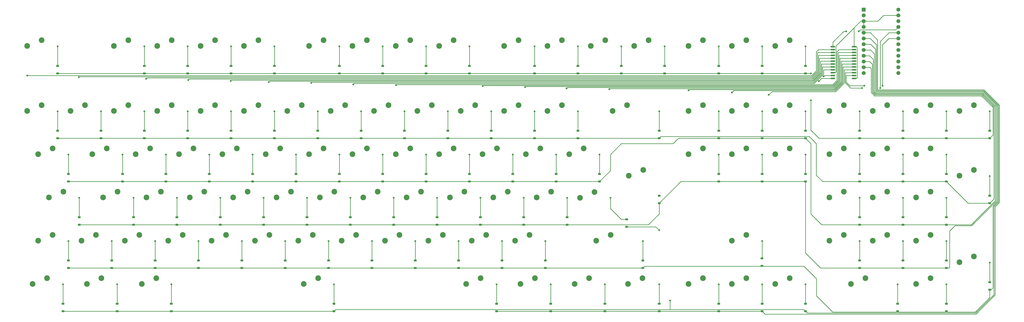
<source format=gbr>
%TF.GenerationSoftware,KiCad,Pcbnew,7.0.10*%
%TF.CreationDate,2024-02-09T15:32:17+01:00*%
%TF.ProjectId,k3yb.it,6b337962-2e69-4742-9e6b-696361645f70,rev?*%
%TF.SameCoordinates,Original*%
%TF.FileFunction,Copper,L2,Bot*%
%TF.FilePolarity,Positive*%
%FSLAX46Y46*%
G04 Gerber Fmt 4.6, Leading zero omitted, Abs format (unit mm)*
G04 Created by KiCad (PCBNEW 7.0.10) date 2024-02-09 15:32:17*
%MOMM*%
%LPD*%
G01*
G04 APERTURE LIST*
G04 Aperture macros list*
%AMRoundRect*
0 Rectangle with rounded corners*
0 $1 Rounding radius*
0 $2 $3 $4 $5 $6 $7 $8 $9 X,Y pos of 4 corners*
0 Add a 4 corners polygon primitive as box body*
4,1,4,$2,$3,$4,$5,$6,$7,$8,$9,$2,$3,0*
0 Add four circle primitives for the rounded corners*
1,1,$1+$1,$2,$3*
1,1,$1+$1,$4,$5*
1,1,$1+$1,$6,$7*
1,1,$1+$1,$8,$9*
0 Add four rect primitives between the rounded corners*
20,1,$1+$1,$2,$3,$4,$5,0*
20,1,$1+$1,$4,$5,$6,$7,0*
20,1,$1+$1,$6,$7,$8,$9,0*
20,1,$1+$1,$8,$9,$2,$3,0*%
G04 Aperture macros list end*
%TA.AperFunction,ComponentPad*%
%ADD10C,2.500000*%
%TD*%
%TA.AperFunction,SMDPad,CuDef*%
%ADD11RoundRect,0.150000X0.875000X0.150000X-0.875000X0.150000X-0.875000X-0.150000X0.875000X-0.150000X0*%
%TD*%
%TA.AperFunction,ComponentPad*%
%ADD12R,1.752600X1.752600*%
%TD*%
%TA.AperFunction,ComponentPad*%
%ADD13C,1.752600*%
%TD*%
%TA.AperFunction,SMDPad,CuDef*%
%ADD14RoundRect,0.225000X0.375000X-0.225000X0.375000X0.225000X-0.375000X0.225000X-0.375000X-0.225000X0*%
%TD*%
%TA.AperFunction,ViaPad*%
%ADD15C,0.800000*%
%TD*%
%TA.AperFunction,Conductor*%
%ADD16C,0.250000*%
%TD*%
G04 APERTURE END LIST*
D10*
%TO.P,S28,1,1*%
%TO.N,Col 11*%
X248920000Y-69215000D03*
%TO.P,S28,2,2*%
%TO.N,Net-(D28-A)*%
X255270000Y-66675000D03*
%TD*%
D11*
%TO.P,U5,1,COM*%
%TO.N,LOW*%
X402636250Y-40957500D03*
%TO.P,U5,2,I7*%
%TO.N,Col 8*%
X402636250Y-42227500D03*
%TO.P,U5,3,I6*%
%TO.N,Col 9*%
X402636250Y-43497500D03*
%TO.P,U5,4,I5*%
%TO.N,Col 10*%
X402636250Y-44767500D03*
%TO.P,U5,5,I4*%
%TO.N,Col 11*%
X402636250Y-46037500D03*
%TO.P,U5,6,I3*%
%TO.N,Col 12*%
X402636250Y-47307500D03*
%TO.P,U5,7,I2*%
%TO.N,Col 13*%
X402636250Y-48577500D03*
%TO.P,U5,8,I1*%
%TO.N,Col 14*%
X402636250Y-49847500D03*
%TO.P,U5,9,I0*%
%TO.N,Col 15*%
X402636250Y-51117500D03*
%TO.P,U5,10,S0*%
%TO.N,NANO_MUX 1*%
X402636250Y-52387500D03*
%TO.P,U5,11,S1*%
%TO.N,NANO_MUX 2*%
X402636250Y-53657500D03*
%TO.P,U5,12,GND*%
%TO.N,LOW*%
X402636250Y-54927500D03*
%TO.P,U5,13,S3*%
%TO.N,NANO_MUX 4*%
X393336250Y-54927500D03*
%TO.P,U5,14,S2*%
%TO.N,NANO_MUX 3*%
X393336250Y-53657500D03*
%TO.P,U5,15,~{E}*%
%TO.N,LOW*%
X393336250Y-52387500D03*
%TO.P,U5,16,I15*%
%TO.N,Col 7*%
X393336250Y-51117500D03*
%TO.P,U5,17,I14*%
%TO.N,Col 6*%
X393336250Y-49847500D03*
%TO.P,U5,18,I13*%
%TO.N,Col 5*%
X393336250Y-48577500D03*
%TO.P,U5,19,I12*%
%TO.N,Col 4*%
X393336250Y-47307500D03*
%TO.P,U5,20,I11*%
%TO.N,Col 3*%
X393336250Y-46037500D03*
%TO.P,U5,21,I10*%
%TO.N,Col 2*%
X393336250Y-44767500D03*
%TO.P,U5,22,I9*%
%TO.N,Col 1*%
X393336250Y-43497500D03*
%TO.P,U5,23,I8*%
%TO.N,Col 0*%
X393336250Y-42227500D03*
%TO.P,U5,24,VCC*%
%TO.N,HIGH*%
X393336250Y-40957500D03*
%TD*%
D12*
%TO.P,U1,1,D1*%
%TO.N,unconnected-(U1-D1-Pad1)*%
X406915000Y-24655000D03*
D13*
%TO.P,U1,2,D0*%
%TO.N,unconnected-(U1-D0-Pad2)*%
X406915000Y-27195000D03*
%TO.P,U1,3,GND*%
%TO.N,LOW*%
X406915000Y-29735000D03*
%TO.P,U1,4,GND*%
X406915000Y-32275000D03*
%TO.P,U1,5,D2*%
%TO.N,Row 6*%
X406915000Y-34815000D03*
%TO.P,U1,6,D3*%
%TO.N,Row 5*%
X406915000Y-37355000D03*
%TO.P,U1,7,D4*%
%TO.N,Row 4*%
X406915000Y-39895000D03*
%TO.P,U1,8,D5*%
%TO.N,Row 3*%
X406915000Y-42435000D03*
%TO.P,U1,9,D6*%
%TO.N,Row 2*%
X406915000Y-44975000D03*
%TO.P,U1,10,D7*%
%TO.N,Row 1*%
X406915000Y-47515000D03*
%TO.P,U1,11,D8*%
%TO.N,Row 0*%
X406915000Y-50055000D03*
%TO.P,U1,12,D9*%
%TO.N,unconnected-(U1-D9-Pad12)*%
X406915000Y-52595000D03*
%TO.P,U1,13,D10*%
%TO.N,Pad Col 0*%
X422155000Y-52595000D03*
%TO.P,U1,14,D16*%
%TO.N,Pad Col 1*%
X422155000Y-50055000D03*
%TO.P,U1,15,D14*%
%TO.N,Pad Col 2*%
X422155000Y-47515000D03*
%TO.P,U1,16,D15*%
%TO.N,Pad Col 3*%
X422155000Y-44975000D03*
%TO.P,U1,17,D18*%
%TO.N,NANO_MUX 4*%
X422155000Y-42435000D03*
%TO.P,U1,18,D19*%
%TO.N,NANO_MUX 3*%
X422155000Y-39895000D03*
%TO.P,U1,19,D20*%
%TO.N,NANO_MUX 2*%
X422155000Y-37355000D03*
%TO.P,U1,20,D21*%
%TO.N,NANO_MUX 1*%
X422155000Y-34815000D03*
%TO.P,U1,21,3.3v*%
%TO.N,HIGH*%
X422155000Y-32275000D03*
%TO.P,U1,22,RST*%
%TO.N,NANO_RST*%
X422155000Y-29735000D03*
%TO.P,U1,23,GND*%
%TO.N,LOW*%
X422155000Y-27195000D03*
%TO.P,U1,24,B+*%
%TO.N,unconnected-(U1-B+-Pad24)*%
X422155000Y-24655000D03*
%TD*%
D10*
%TO.P,S31,2,2*%
%TO.N,Net-(D31-A)*%
X288607500Y-104933750D03*
%TO.P,S31,1,1*%
%TO.N,Col 12*%
X282257500Y-107473750D03*
%TD*%
D14*
%TO.P,D31,1,K*%
%TO.N,Row 5*%
X302736250Y-120298750D03*
%TO.P,D31,2,A*%
%TO.N,Net-(D31-A)*%
X302736250Y-116998750D03*
%TD*%
D10*
%TO.P,S8,1,1*%
%TO.N,Col 7*%
X201295000Y-40640000D03*
%TO.P,S8,2,2*%
%TO.N,Net-(D8-A)*%
X207645000Y-38100000D03*
%TD*%
%TO.P,S75,1,1*%
%TO.N,Col 10*%
X234632500Y-126365000D03*
%TO.P,S75,2,2*%
%TO.N,Net-(D75-A)*%
X240982500Y-123825000D03*
%TD*%
%TO.P,S78,1,1*%
%TO.N,Col 15*%
X348932500Y-126365000D03*
%TO.P,S78,2,2*%
%TO.N,Net-(D78-A)*%
X355282500Y-123825000D03*
%TD*%
%TO.P,S101,2,2*%
%TO.N,Net-(D101-A)*%
X398145000Y-85725000D03*
%TO.P,S101,1,1*%
%TO.N,Pad Col 0*%
X391795000Y-88265000D03*
%TD*%
%TO.P,S102,2,2*%
%TO.N,Net-(D102-A)*%
X417195000Y-85725000D03*
%TO.P,S102,1,1*%
%TO.N,Pad Col 1*%
X410845000Y-88265000D03*
%TD*%
%TO.P,S110,1,1*%
%TO.N,Pad Col 2*%
X429895000Y-126365000D03*
%TO.P,S110,2,2*%
%TO.N,Net-(D110-A)*%
X436245000Y-123825000D03*
%TD*%
%TO.P,S104,2,2*%
%TO.N,Net-(D104-A)*%
X455295000Y-95250000D03*
%TO.P,S104,1,1*%
%TO.N,Pad Col 3*%
X448945000Y-97790000D03*
%TD*%
%TO.P,S103,2,2*%
%TO.N,Net-(D103-A)*%
X436245000Y-85725000D03*
%TO.P,S103,1,1*%
%TO.N,Pad Col 2*%
X429895000Y-88265000D03*
%TD*%
%TO.P,S108,1,1*%
%TO.N,Pad Col 0*%
X391795000Y-126365000D03*
%TO.P,S108,2,2*%
%TO.N,Net-(D108-A)*%
X398145000Y-123825000D03*
%TD*%
D14*
%TO.P,D104,1,K*%
%TO.N,Row 1*%
X462280000Y-109855000D03*
%TO.P,D104,2,A*%
%TO.N,Net-(D104-A)*%
X462280000Y-106555000D03*
%TD*%
%TO.P,D101,1,K*%
%TO.N,Row 1*%
X405130000Y-100330000D03*
%TO.P,D101,2,A*%
%TO.N,Net-(D101-A)*%
X405130000Y-97030000D03*
%TD*%
%TO.P,D103,1,K*%
%TO.N,Row 1*%
X443230000Y-100330000D03*
%TO.P,D103,2,A*%
%TO.N,Net-(D103-A)*%
X443230000Y-97030000D03*
%TD*%
%TO.P,D108,1,K*%
%TO.N,Row 3*%
X405130000Y-138430000D03*
%TO.P,D108,2,A*%
%TO.N,Net-(D108-A)*%
X405130000Y-135130000D03*
%TD*%
%TO.P,D110,1,K*%
%TO.N,Row 3*%
X443230000Y-138430000D03*
%TO.P,D110,2,A*%
%TO.N,Net-(D110-A)*%
X443230000Y-135130000D03*
%TD*%
%TO.P,D102,1,K*%
%TO.N,Row 1*%
X424180000Y-100330000D03*
%TO.P,D102,2,A*%
%TO.N,Net-(D102-A)*%
X424180000Y-97030000D03*
%TD*%
D10*
%TO.P,S105,2,2*%
%TO.N,Net-(D105-A)*%
X398145000Y-104775000D03*
%TO.P,S105,1,1*%
%TO.N,Pad Col 0*%
X391795000Y-107315000D03*
%TD*%
%TO.P,S109,2,2*%
%TO.N,Net-(D109-A)*%
X417195000Y-123825000D03*
%TO.P,S109,1,1*%
%TO.N,Pad Col 1*%
X410845000Y-126365000D03*
%TD*%
%TO.P,S107,2,2*%
%TO.N,Net-(D107-A)*%
X436245000Y-104775000D03*
%TO.P,S107,1,1*%
%TO.N,Pad Col 2*%
X429895000Y-107315000D03*
%TD*%
%TO.P,S106,2,2*%
%TO.N,Net-(D106-A)*%
X417195000Y-104775000D03*
%TO.P,S106,1,1*%
%TO.N,Pad Col 1*%
X410845000Y-107315000D03*
%TD*%
D14*
%TO.P,D105,1,K*%
%TO.N,Row 2*%
X405130000Y-119380000D03*
%TO.P,D105,2,A*%
%TO.N,Net-(D105-A)*%
X405130000Y-116080000D03*
%TD*%
%TO.P,D107,1,K*%
%TO.N,Row 2*%
X443230000Y-119380000D03*
%TO.P,D107,2,A*%
%TO.N,Net-(D107-A)*%
X443230000Y-116080000D03*
%TD*%
%TO.P,D109,1,K*%
%TO.N,Row 3*%
X424180000Y-138430000D03*
%TO.P,D109,2,A*%
%TO.N,Net-(D109-A)*%
X424180000Y-135130000D03*
%TD*%
%TO.P,D106,1,K*%
%TO.N,Row 2*%
X424180000Y-119380000D03*
%TO.P,D106,2,A*%
%TO.N,Net-(D106-A)*%
X424180000Y-116080000D03*
%TD*%
%TO.P,D13,2,A*%
%TO.N,Net-(D13-A)*%
X319405000Y-49405000D03*
%TO.P,D13,1,K*%
%TO.N,Row 0*%
X319405000Y-52705000D03*
%TD*%
D10*
%TO.P,S50,1,1*%
%TO.N,Col 1*%
X72707500Y-107315000D03*
%TO.P,S50,2,2*%
%TO.N,Net-(D50-A)*%
X79057500Y-104775000D03*
%TD*%
%TO.P,S11,1,1*%
%TO.N,Col 10*%
X267970000Y-40640000D03*
%TO.P,S11,2,2*%
%TO.N,Net-(D11-A)*%
X274320000Y-38100000D03*
%TD*%
%TO.P,S18,1,1*%
%TO.N,Col 1*%
X58420000Y-69215000D03*
%TO.P,S18,2,2*%
%TO.N,Net-(D18-A)*%
X64770000Y-66675000D03*
%TD*%
%TO.P,S48,1,1*%
%TO.N,Col 15*%
X367982500Y-69215000D03*
%TO.P,S48,2,2*%
%TO.N,Net-(D48-A)*%
X374332500Y-66675000D03*
%TD*%
%TO.P,S60,1,1*%
%TO.N,Col 11*%
X263207500Y-107315000D03*
%TO.P,S60,2,2*%
%TO.N,Net-(D60-A)*%
X269557500Y-104775000D03*
%TD*%
%TO.P,S56,1,1*%
%TO.N,Col 7*%
X187007500Y-107315000D03*
%TO.P,S56,2,2*%
%TO.N,Net-(D56-A)*%
X193357500Y-104775000D03*
%TD*%
%TO.P,S88,1,1*%
%TO.N,Col 11*%
X303371250Y-145415000D03*
%TO.P,S88,2,2*%
%TO.N,Net-(D88-A)*%
X309721250Y-142875000D03*
%TD*%
%TO.P,S3,1,1*%
%TO.N,Col 2*%
X96520000Y-40640000D03*
%TO.P,S3,2,2*%
%TO.N,Net-(D3-A)*%
X102870000Y-38100000D03*
%TD*%
%TO.P,S52,1,1*%
%TO.N,Col 3*%
X110807500Y-107315000D03*
%TO.P,S52,2,2*%
%TO.N,Net-(D52-A)*%
X117157500Y-104775000D03*
%TD*%
%TO.P,S59,1,1*%
%TO.N,Col 10*%
X244157500Y-107315000D03*
%TO.P,S59,2,2*%
%TO.N,Net-(D59-A)*%
X250507500Y-104775000D03*
%TD*%
%TO.P,S63,1,1*%
%TO.N,Col 14*%
X348932500Y-88265000D03*
%TO.P,S63,2,2*%
%TO.N,Net-(D63-A)*%
X355282500Y-85725000D03*
%TD*%
%TO.P,S20,1,1*%
%TO.N,Col 3*%
X96520000Y-69215000D03*
%TO.P,S20,2,2*%
%TO.N,Net-(D20-A)*%
X102870000Y-66675000D03*
%TD*%
%TO.P,S38,1,1*%
%TO.N,Col 5*%
X144145000Y-88265000D03*
%TO.P,S38,2,2*%
%TO.N,Net-(D38-A)*%
X150495000Y-85725000D03*
%TD*%
%TO.P,S61,1,1*%
%TO.N,Col 12*%
X303688750Y-97790000D03*
%TO.P,S61,2,2*%
%TO.N,Net-(D61-A)*%
X310038750Y-95250000D03*
%TD*%
%TO.P,S97,2,2*%
%TO.N,Net-(D97-A)*%
X398145000Y-66675000D03*
%TO.P,S97,1,1*%
%TO.N,Pad Col 0*%
X391795000Y-69215000D03*
%TD*%
%TO.P,S13,1,1*%
%TO.N,Col 12*%
X306070000Y-40640000D03*
%TO.P,S13,2,2*%
%TO.N,Net-(D13-A)*%
X312420000Y-38100000D03*
%TD*%
%TO.P,S54,1,1*%
%TO.N,Col 5*%
X148907500Y-107315000D03*
%TO.P,S54,2,2*%
%TO.N,Net-(D54-A)*%
X155257500Y-104775000D03*
%TD*%
%TO.P,S30,1,1*%
%TO.N,Col 13*%
X296545000Y-69215000D03*
%TO.P,S30,2,2*%
%TO.N,Net-(D30-A)*%
X302895000Y-66675000D03*
%TD*%
%TO.P,S21,1,1*%
%TO.N,Col 4*%
X115570000Y-69215000D03*
%TO.P,S21,2,2*%
%TO.N,Net-(D21-A)*%
X121920000Y-66675000D03*
%TD*%
%TO.P,S26,1,1*%
%TO.N,Col 9*%
X210820000Y-69215000D03*
%TO.P,S26,2,2*%
%TO.N,Net-(D26-A)*%
X217170000Y-66675000D03*
%TD*%
%TO.P,S73,1,1*%
%TO.N,Col 8*%
X196532500Y-126365000D03*
%TO.P,S73,2,2*%
%TO.N,Net-(D73-A)*%
X202882500Y-123825000D03*
%TD*%
%TO.P,S87,1,1*%
%TO.N,Col 10*%
X279876250Y-145415000D03*
%TO.P,S87,2,2*%
%TO.N,Net-(D87-A)*%
X286226250Y-142875000D03*
%TD*%
%TO.P,S53,1,1*%
%TO.N,Col 4*%
X129857500Y-107315000D03*
%TO.P,S53,2,2*%
%TO.N,Net-(D53-A)*%
X136207500Y-104775000D03*
%TD*%
%TO.P,S47,1,1*%
%TO.N,Col 14*%
X348932500Y-69215000D03*
%TO.P,S47,2,2*%
%TO.N,Net-(D47-A)*%
X355282500Y-66675000D03*
%TD*%
%TO.P,S4,1,1*%
%TO.N,Col 3*%
X115570000Y-40640000D03*
%TO.P,S4,2,2*%
%TO.N,Net-(D4-A)*%
X121920000Y-38100000D03*
%TD*%
%TO.P,S2,1,1*%
%TO.N,Col 1*%
X77470000Y-40640000D03*
%TO.P,S2,2,2*%
%TO.N,Net-(D2-A)*%
X83820000Y-38100000D03*
%TD*%
%TO.P,S62,1,1*%
%TO.N,Col 13*%
X329882500Y-88265000D03*
%TO.P,S62,2,2*%
%TO.N,Net-(D62-A)*%
X336232500Y-85725000D03*
%TD*%
%TO.P,S65,1,1*%
%TO.N,Col 0*%
X44132500Y-126365000D03*
%TO.P,S65,2,2*%
%TO.N,Net-(D65-A)*%
X50482500Y-123825000D03*
%TD*%
%TO.P,S64,1,1*%
%TO.N,Col 15*%
X367982500Y-88265000D03*
%TO.P,S64,2,2*%
%TO.N,Net-(D64-A)*%
X374332500Y-85725000D03*
%TD*%
%TO.P,S71,1,1*%
%TO.N,Col 6*%
X158432500Y-126365000D03*
%TO.P,S71,2,2*%
%TO.N,Net-(D71-A)*%
X164782500Y-123825000D03*
%TD*%
%TO.P,S99,1,1*%
%TO.N,Pad Col 2*%
X429895000Y-69215000D03*
%TO.P,S99,2,2*%
%TO.N,Net-(D99-A)*%
X436245000Y-66675000D03*
%TD*%
%TO.P,S19,1,1*%
%TO.N,Col 2*%
X77470000Y-69215000D03*
%TO.P,S19,2,2*%
%TO.N,Net-(D19-A)*%
X83820000Y-66675000D03*
%TD*%
%TO.P,S70,1,1*%
%TO.N,Col 5*%
X139382500Y-126365000D03*
%TO.P,S70,2,2*%
%TO.N,Net-(D70-A)*%
X145732500Y-123825000D03*
%TD*%
%TO.P,S5,1,1*%
%TO.N,Col 4*%
X134620000Y-40640000D03*
%TO.P,S5,2,2*%
%TO.N,Net-(D5-A)*%
X140970000Y-38100000D03*
%TD*%
%TO.P,S39,1,1*%
%TO.N,Col 6*%
X163195000Y-88265000D03*
%TO.P,S39,2,2*%
%TO.N,Net-(D39-A)*%
X169545000Y-85725000D03*
%TD*%
%TO.P,S98,1,1*%
%TO.N,Pad Col 1*%
X410845000Y-69215000D03*
%TO.P,S98,2,2*%
%TO.N,Net-(D98-A)*%
X417195000Y-66675000D03*
%TD*%
%TO.P,S83,1,1*%
%TO.N,Col 2*%
X89693750Y-145415000D03*
%TO.P,S83,2,2*%
%TO.N,Net-(D83-A)*%
X96043750Y-142875000D03*
%TD*%
%TO.P,S82,1,1*%
%TO.N,Col 1*%
X65563750Y-145415000D03*
%TO.P,S82,2,2*%
%TO.N,Net-(D82-A)*%
X71913750Y-142875000D03*
%TD*%
%TO.P,S41,1,1*%
%TO.N,Col 8*%
X201295000Y-88265000D03*
%TO.P,S41,2,2*%
%TO.N,Net-(D41-A)*%
X207645000Y-85725000D03*
%TD*%
%TO.P,S81,1,1*%
%TO.N,Col 0*%
X41751250Y-145415000D03*
%TO.P,S81,2,2*%
%TO.N,Net-(D81-A)*%
X48101250Y-142875000D03*
%TD*%
%TO.P,S45,1,1*%
%TO.N,Col 12*%
X277495000Y-88265000D03*
%TO.P,S45,2,2*%
%TO.N,Net-(D45-A)*%
X283845000Y-85725000D03*
%TD*%
%TO.P,S17,1,1*%
%TO.N,Col 0*%
X39370000Y-69215000D03*
%TO.P,S17,2,2*%
%TO.N,Net-(D17-A)*%
X45720000Y-66675000D03*
%TD*%
%TO.P,S37,1,1*%
%TO.N,Col 4*%
X125095000Y-88265000D03*
%TO.P,S37,2,2*%
%TO.N,Net-(D37-A)*%
X131445000Y-85725000D03*
%TD*%
%TO.P,S35,1,1*%
%TO.N,Col 2*%
X86995000Y-88265000D03*
%TO.P,S35,2,2*%
%TO.N,Net-(D35-A)*%
X93345000Y-85725000D03*
%TD*%
D14*
%TO.P,D12,2,A*%
%TO.N,Net-(D12-A)*%
X300355000Y-49405000D03*
%TO.P,D12,1,K*%
%TO.N,Row 0*%
X300355000Y-52705000D03*
%TD*%
D10*
%TO.P,S94,1,1*%
%TO.N,Pad Col 3*%
X448945000Y-135890000D03*
%TO.P,S94,2,2*%
%TO.N,Net-(D94-A)*%
X455295000Y-133350000D03*
%TD*%
%TO.P,S85,1,1*%
%TO.N,Col 8*%
X232251250Y-145415000D03*
%TO.P,S85,2,2*%
%TO.N,Net-(D85-A)*%
X238601250Y-142875000D03*
%TD*%
%TO.P,S91,1,1*%
%TO.N,Col 10*%
X367982500Y-145415000D03*
%TO.P,S91,2,2*%
%TO.N,Net-(D91-A)*%
X374332500Y-142875000D03*
%TD*%
%TO.P,S77,1,1*%
%TO.N,Col 12*%
X289401250Y-126365000D03*
%TO.P,S77,2,2*%
%TO.N,Net-(D77-A)*%
X295751250Y-123825000D03*
%TD*%
%TO.P,S68,1,1*%
%TO.N,Col 3*%
X101282500Y-126365000D03*
%TO.P,S68,2,2*%
%TO.N,Net-(D68-A)*%
X107632500Y-123825000D03*
%TD*%
%TO.P,S1,1,1*%
%TO.N,Col 0*%
X39370000Y-40640000D03*
%TO.P,S1,2,2*%
%TO.N,Net-(D1-A)*%
X45720000Y-38100000D03*
%TD*%
%TO.P,S76,1,1*%
%TO.N,Col 11*%
X253682500Y-126365000D03*
%TO.P,S76,2,2*%
%TO.N,Net-(D76-A)*%
X260032500Y-123825000D03*
%TD*%
%TO.P,S34,1,1*%
%TO.N,Col 1*%
X67945000Y-88265000D03*
%TO.P,S34,2,2*%
%TO.N,Net-(D34-A)*%
X74295000Y-85725000D03*
%TD*%
%TO.P,S23,1,1*%
%TO.N,Col 6*%
X153670000Y-69215000D03*
%TO.P,S23,2,2*%
%TO.N,Net-(D23-A)*%
X160020000Y-66675000D03*
%TD*%
%TO.P,S58,1,1*%
%TO.N,Col 9*%
X225107500Y-107315000D03*
%TO.P,S58,2,2*%
%TO.N,Net-(D58-A)*%
X231457500Y-104775000D03*
%TD*%
%TO.P,S92,1,1*%
%TO.N,Pad Col 0*%
X401320000Y-145415000D03*
%TO.P,S92,2,2*%
%TO.N,Net-(D92-A)*%
X407670000Y-142875000D03*
%TD*%
%TO.P,S24,1,1*%
%TO.N,Col 7*%
X172720000Y-69215000D03*
%TO.P,S24,2,2*%
%TO.N,Net-(D24-A)*%
X179070000Y-66675000D03*
%TD*%
%TO.P,S22,1,1*%
%TO.N,Col 5*%
X134620000Y-69215000D03*
%TO.P,S22,2,2*%
%TO.N,Net-(D22-A)*%
X140970000Y-66675000D03*
%TD*%
%TO.P,S46,1,1*%
%TO.N,Col 13*%
X329882500Y-69215000D03*
%TO.P,S46,2,2*%
%TO.N,Net-(D46-A)*%
X336232500Y-66675000D03*
%TD*%
%TO.P,S100,1,1*%
%TO.N,Pad Col 3*%
X448945000Y-69215000D03*
%TO.P,S100,2,2*%
%TO.N,Net-(D100-A)*%
X455295000Y-66675000D03*
%TD*%
%TO.P,S15,1,1*%
%TO.N,Col 14*%
X348932500Y-40640000D03*
%TO.P,S15,2,2*%
%TO.N,Net-(D15-A)*%
X355282500Y-38100000D03*
%TD*%
%TO.P,S51,1,1*%
%TO.N,Col 2*%
X91757500Y-107315000D03*
%TO.P,S51,2,2*%
%TO.N,Net-(D51-A)*%
X98107500Y-104775000D03*
%TD*%
%TO.P,S36,1,1*%
%TO.N,Col 3*%
X106045000Y-88265000D03*
%TO.P,S36,2,2*%
%TO.N,Net-(D36-A)*%
X112395000Y-85725000D03*
%TD*%
%TO.P,S74,1,1*%
%TO.N,Col 9*%
X215582500Y-126365000D03*
%TO.P,S74,2,2*%
%TO.N,Net-(D74-A)*%
X221932500Y-123825000D03*
%TD*%
%TO.P,S25,1,1*%
%TO.N,Col 8*%
X191770000Y-69215000D03*
%TO.P,S25,2,2*%
%TO.N,Net-(D25-A)*%
X198120000Y-66675000D03*
%TD*%
%TO.P,S16,1,1*%
%TO.N,Col 15*%
X367982500Y-40640000D03*
%TO.P,S16,2,2*%
%TO.N,Net-(D16-A)*%
X374332500Y-38100000D03*
%TD*%
%TO.P,S27,1,1*%
%TO.N,Col 10*%
X229870000Y-69215000D03*
%TO.P,S27,2,2*%
%TO.N,Net-(D27-A)*%
X236220000Y-66675000D03*
%TD*%
%TO.P,S6,1,1*%
%TO.N,Col 5*%
X163195000Y-40640000D03*
%TO.P,S6,2,2*%
%TO.N,Net-(D6-A)*%
X169545000Y-38100000D03*
%TD*%
%TO.P,S40,1,1*%
%TO.N,Col 7*%
X182245000Y-88265000D03*
%TO.P,S40,2,2*%
%TO.N,Net-(D40-A)*%
X188595000Y-85725000D03*
%TD*%
%TO.P,S90,1,1*%
%TO.N,Col 14*%
X348932500Y-145415000D03*
%TO.P,S90,2,2*%
%TO.N,Net-(D90-A)*%
X355282500Y-142875000D03*
%TD*%
%TO.P,S84,1,1*%
%TO.N,Col 3*%
X160813750Y-145415000D03*
%TO.P,S84,2,2*%
%TO.N,Net-(D84-A)*%
X167163750Y-142875000D03*
%TD*%
%TO.P,S14,1,1*%
%TO.N,Col 13*%
X329882500Y-40640000D03*
%TO.P,S14,2,2*%
%TO.N,Net-(D14-A)*%
X336232500Y-38100000D03*
%TD*%
%TO.P,S66,1,1*%
%TO.N,Col 1*%
X63182500Y-126365000D03*
%TO.P,S66,2,2*%
%TO.N,Net-(D66-A)*%
X69532500Y-123825000D03*
%TD*%
%TO.P,S72,1,1*%
%TO.N,Col 7*%
X177482500Y-126365000D03*
%TO.P,S72,2,2*%
%TO.N,Net-(D72-A)*%
X183832500Y-123825000D03*
%TD*%
%TO.P,S43,1,1*%
%TO.N,Col 10*%
X239395000Y-88265000D03*
%TO.P,S43,2,2*%
%TO.N,Net-(D43-A)*%
X245745000Y-85725000D03*
%TD*%
%TO.P,S86,1,1*%
%TO.N,Col 9*%
X256063750Y-145415000D03*
%TO.P,S86,2,2*%
%TO.N,Net-(D86-A)*%
X262413750Y-142875000D03*
%TD*%
%TO.P,S42,1,1*%
%TO.N,Col 9*%
X220345000Y-88265000D03*
%TO.P,S42,2,2*%
%TO.N,Net-(D42-A)*%
X226695000Y-85725000D03*
%TD*%
%TO.P,S55,1,1*%
%TO.N,Col 6*%
X167957500Y-107315000D03*
%TO.P,S55,2,2*%
%TO.N,Net-(D55-A)*%
X174307500Y-104775000D03*
%TD*%
%TO.P,S9,1,1*%
%TO.N,Col 8*%
X220345000Y-40640000D03*
%TO.P,S9,2,2*%
%TO.N,Net-(D9-A)*%
X226695000Y-38100000D03*
%TD*%
%TO.P,S67,1,1*%
%TO.N,Col 2*%
X82232500Y-126365000D03*
%TO.P,S67,2,2*%
%TO.N,Net-(D67-A)*%
X88582500Y-123825000D03*
%TD*%
%TO.P,S44,1,1*%
%TO.N,Col 11*%
X258445000Y-88265000D03*
%TO.P,S44,2,2*%
%TO.N,Net-(D44-A)*%
X264795000Y-85725000D03*
%TD*%
%TO.P,S93,1,1*%
%TO.N,Pad Col 2*%
X429895000Y-145415000D03*
%TO.P,S93,2,2*%
%TO.N,Net-(D93-A)*%
X436245000Y-142875000D03*
%TD*%
%TO.P,S10,1,1*%
%TO.N,Col 9*%
X248920000Y-40640000D03*
%TO.P,S10,2,2*%
%TO.N,Net-(D10-A)*%
X255270000Y-38100000D03*
%TD*%
%TO.P,S57,1,1*%
%TO.N,Col 8*%
X206057500Y-107315000D03*
%TO.P,S57,2,2*%
%TO.N,Net-(D57-A)*%
X212407500Y-104775000D03*
%TD*%
%TO.P,S49,1,1*%
%TO.N,Col 0*%
X48895000Y-107315000D03*
%TO.P,S49,2,2*%
%TO.N,Net-(D49-A)*%
X55245000Y-104775000D03*
%TD*%
%TO.P,S7,1,1*%
%TO.N,Col 6*%
X182245000Y-40640000D03*
%TO.P,S7,2,2*%
%TO.N,Net-(D7-A)*%
X188595000Y-38100000D03*
%TD*%
%TO.P,S33,1,1*%
%TO.N,Col 0*%
X44132500Y-88265000D03*
%TO.P,S33,2,2*%
%TO.N,Net-(D33-A)*%
X50482500Y-85725000D03*
%TD*%
%TO.P,S12,2,2*%
%TO.N,Net-(D12-A)*%
X293370000Y-38100000D03*
%TO.P,S12,1,1*%
%TO.N,Col 11*%
X287020000Y-40640000D03*
%TD*%
%TO.P,S89,1,1*%
%TO.N,Col 13*%
X329882500Y-145415000D03*
%TO.P,S89,2,2*%
%TO.N,Net-(D89-A)*%
X336232500Y-142875000D03*
%TD*%
%TO.P,S69,1,1*%
%TO.N,Col 4*%
X120332500Y-126365000D03*
%TO.P,S69,2,2*%
%TO.N,Net-(D69-A)*%
X126682500Y-123825000D03*
%TD*%
%TO.P,S29,1,1*%
%TO.N,Col 12*%
X267970000Y-69215000D03*
%TO.P,S29,2,2*%
%TO.N,Net-(D29-A)*%
X274320000Y-66675000D03*
%TD*%
D14*
%TO.P,D67,1,K*%
%TO.N,Row 4*%
X95567500Y-138430000D03*
%TO.P,D67,2,A*%
%TO.N,Net-(D67-A)*%
X95567500Y-135130000D03*
%TD*%
%TO.P,D73,1,K*%
%TO.N,Row 4*%
X209867500Y-138430000D03*
%TO.P,D73,2,A*%
%TO.N,Net-(D73-A)*%
X209867500Y-135130000D03*
%TD*%
%TO.P,D69,1,K*%
%TO.N,Row 4*%
X133667500Y-138430000D03*
%TO.P,D69,2,A*%
%TO.N,Net-(D69-A)*%
X133667500Y-135130000D03*
%TD*%
%TO.P,D46,1,K*%
%TO.N,Row 2*%
X343217500Y-81280000D03*
%TO.P,D46,2,A*%
%TO.N,Net-(D46-A)*%
X343217500Y-77980000D03*
%TD*%
%TO.P,D22,1,K*%
%TO.N,Row 1*%
X147955000Y-81280000D03*
%TO.P,D22,2,A*%
%TO.N,Net-(D22-A)*%
X147955000Y-77980000D03*
%TD*%
%TO.P,D61,1,K*%
%TO.N,Row 3*%
X317023750Y-109855000D03*
%TO.P,D61,2,A*%
%TO.N,Net-(D61-A)*%
X317023750Y-106555000D03*
%TD*%
%TO.P,D60,1,K*%
%TO.N,Row 3*%
X276542500Y-119380000D03*
%TO.P,D60,2,A*%
%TO.N,Net-(D60-A)*%
X276542500Y-116080000D03*
%TD*%
%TO.P,D43,1,K*%
%TO.N,Row 2*%
X252730000Y-100330000D03*
%TO.P,D43,2,A*%
%TO.N,Net-(D43-A)*%
X252730000Y-97030000D03*
%TD*%
%TO.P,D81,1,K*%
%TO.N,Row 5*%
X55086250Y-157480000D03*
%TO.P,D81,2,A*%
%TO.N,Net-(D81-A)*%
X55086250Y-154180000D03*
%TD*%
%TO.P,D28,1,K*%
%TO.N,Row 1*%
X262255000Y-81280000D03*
%TO.P,D28,2,A*%
%TO.N,Net-(D28-A)*%
X262255000Y-77980000D03*
%TD*%
%TO.P,D25,1,K*%
%TO.N,Row 1*%
X205105000Y-81280000D03*
%TO.P,D25,2,A*%
%TO.N,Net-(D25-A)*%
X205105000Y-77980000D03*
%TD*%
%TO.P,D47,1,K*%
%TO.N,Row 2*%
X362267500Y-81280000D03*
%TO.P,D47,2,A*%
%TO.N,Net-(D47-A)*%
X362267500Y-77980000D03*
%TD*%
%TO.P,D30,1,K*%
%TO.N,Row 1*%
X317023750Y-81280000D03*
%TO.P,D30,2,A*%
%TO.N,Net-(D30-A)*%
X317023750Y-77980000D03*
%TD*%
%TO.P,D26,1,K*%
%TO.N,Row 1*%
X224155000Y-81280000D03*
%TO.P,D26,2,A*%
%TO.N,Net-(D26-A)*%
X224155000Y-77980000D03*
%TD*%
%TO.P,D10,1,K*%
%TO.N,Row 0*%
X262255000Y-52705000D03*
%TO.P,D10,2,A*%
%TO.N,Net-(D10-A)*%
X262255000Y-49405000D03*
%TD*%
%TO.P,D74,1,K*%
%TO.N,Row 4*%
X228917500Y-138430000D03*
%TO.P,D74,2,A*%
%TO.N,Net-(D74-A)*%
X228917500Y-135130000D03*
%TD*%
%TO.P,D14,1,K*%
%TO.N,Row 0*%
X343217500Y-52705000D03*
%TO.P,D14,2,A*%
%TO.N,Net-(D14-A)*%
X343217500Y-49405000D03*
%TD*%
%TO.P,D99,2,A*%
%TO.N,Net-(D99-A)*%
X443230000Y-77980000D03*
%TO.P,D99,1,K*%
%TO.N,Row 0*%
X443230000Y-81280000D03*
%TD*%
%TO.P,D35,1,K*%
%TO.N,Row 2*%
X100330000Y-100330000D03*
%TO.P,D35,2,A*%
%TO.N,Net-(D35-A)*%
X100330000Y-97030000D03*
%TD*%
%TO.P,D56,1,K*%
%TO.N,Row 3*%
X200342500Y-119380000D03*
%TO.P,D56,2,A*%
%TO.N,Net-(D56-A)*%
X200342500Y-116080000D03*
%TD*%
%TO.P,D27,1,K*%
%TO.N,Row 1*%
X243205000Y-81280000D03*
%TO.P,D27,2,A*%
%TO.N,Net-(D27-A)*%
X243205000Y-77980000D03*
%TD*%
%TO.P,D9,1,K*%
%TO.N,Row 0*%
X233680000Y-52705000D03*
%TO.P,D9,2,A*%
%TO.N,Net-(D9-A)*%
X233680000Y-49405000D03*
%TD*%
%TO.P,D86,2,A*%
%TO.N,Net-(D86-A)*%
X269398750Y-154180000D03*
%TO.P,D86,1,K*%
%TO.N,Row 6*%
X269398750Y-157480000D03*
%TD*%
%TO.P,D11,1,K*%
%TO.N,Row 0*%
X281305000Y-52705000D03*
%TO.P,D11,2,A*%
%TO.N,Net-(D11-A)*%
X281305000Y-49405000D03*
%TD*%
%TO.P,D33,1,K*%
%TO.N,Row 2*%
X57467500Y-100330000D03*
%TO.P,D33,2,A*%
%TO.N,Net-(D33-A)*%
X57467500Y-97030000D03*
%TD*%
%TO.P,D78,2,A*%
%TO.N,Net-(D78-A)*%
X362155000Y-134155000D03*
%TO.P,D78,1,K*%
%TO.N,Row 4*%
X362155000Y-137455000D03*
%TD*%
%TO.P,D45,1,K*%
%TO.N,Row 2*%
X290830000Y-100330000D03*
%TO.P,D45,2,A*%
%TO.N,Net-(D45-A)*%
X290830000Y-97030000D03*
%TD*%
%TO.P,D92,1,K*%
%TO.N,Row 4*%
X421798750Y-157480000D03*
%TO.P,D92,2,A*%
%TO.N,Net-(D92-A)*%
X421798750Y-154180000D03*
%TD*%
%TO.P,D66,1,K*%
%TO.N,Row 4*%
X76517500Y-138430000D03*
%TO.P,D66,2,A*%
%TO.N,Net-(D66-A)*%
X76517500Y-135130000D03*
%TD*%
%TO.P,D51,1,K*%
%TO.N,Row 3*%
X105092500Y-119380000D03*
%TO.P,D51,2,A*%
%TO.N,Net-(D51-A)*%
X105092500Y-116080000D03*
%TD*%
%TO.P,D53,1,K*%
%TO.N,Row 3*%
X143192500Y-119380000D03*
%TO.P,D53,2,A*%
%TO.N,Net-(D53-A)*%
X143192500Y-116080000D03*
%TD*%
%TO.P,D63,1,K*%
%TO.N,Row 3*%
X362267500Y-100330000D03*
%TO.P,D63,2,A*%
%TO.N,Net-(D63-A)*%
X362267500Y-97030000D03*
%TD*%
%TO.P,D91,1,K*%
%TO.N,Row 5*%
X381317500Y-157480000D03*
%TO.P,D91,2,A*%
%TO.N,Net-(D91-A)*%
X381317500Y-154180000D03*
%TD*%
%TO.P,D52,1,K*%
%TO.N,Row 3*%
X124142500Y-119380000D03*
%TO.P,D52,2,A*%
%TO.N,Net-(D52-A)*%
X124142500Y-116080000D03*
%TD*%
%TO.P,D19,1,K*%
%TO.N,Row 1*%
X90805000Y-81280000D03*
%TO.P,D19,2,A*%
%TO.N,Net-(D19-A)*%
X90805000Y-77980000D03*
%TD*%
%TO.P,D94,1,K*%
%TO.N,Row 4*%
X462280000Y-147955000D03*
%TO.P,D94,2,A*%
%TO.N,Net-(D94-A)*%
X462280000Y-144655000D03*
%TD*%
%TO.P,D75,1,K*%
%TO.N,Row 4*%
X247967500Y-138430000D03*
%TO.P,D75,2,A*%
%TO.N,Net-(D75-A)*%
X247967500Y-135130000D03*
%TD*%
%TO.P,D90,1,K*%
%TO.N,Row 6*%
X362267500Y-157480000D03*
%TO.P,D90,2,A*%
%TO.N,Net-(D90-A)*%
X362267500Y-154180000D03*
%TD*%
%TO.P,D39,1,K*%
%TO.N,Row 2*%
X176530000Y-100330000D03*
%TO.P,D39,2,A*%
%TO.N,Net-(D39-A)*%
X176530000Y-97030000D03*
%TD*%
%TO.P,D59,1,K*%
%TO.N,Row 3*%
X257492500Y-119380000D03*
%TO.P,D59,2,A*%
%TO.N,Net-(D59-A)*%
X257492500Y-116080000D03*
%TD*%
%TO.P,D83,1,K*%
%TO.N,Row 5*%
X102711250Y-157480000D03*
%TO.P,D83,2,A*%
%TO.N,Net-(D83-A)*%
X102711250Y-154180000D03*
%TD*%
%TO.P,D89,2,A*%
%TO.N,Net-(D89-A)*%
X343217500Y-154180000D03*
%TO.P,D89,1,K*%
%TO.N,Row 6*%
X343217500Y-157480000D03*
%TD*%
%TO.P,D18,1,K*%
%TO.N,Row 1*%
X71755000Y-81280000D03*
%TO.P,D18,2,A*%
%TO.N,Net-(D18-A)*%
X71755000Y-77980000D03*
%TD*%
%TO.P,D55,1,K*%
%TO.N,Row 3*%
X181292500Y-119380000D03*
%TO.P,D55,2,A*%
%TO.N,Net-(D55-A)*%
X181292500Y-116080000D03*
%TD*%
%TO.P,D54,1,K*%
%TO.N,Row 3*%
X162242500Y-119380000D03*
%TO.P,D54,2,A*%
%TO.N,Net-(D54-A)*%
X162242500Y-116080000D03*
%TD*%
%TO.P,D24,1,K*%
%TO.N,Row 1*%
X186055000Y-81280000D03*
%TO.P,D24,2,A*%
%TO.N,Net-(D24-A)*%
X186055000Y-77980000D03*
%TD*%
%TO.P,D93,1,K*%
%TO.N,Row 4*%
X443230000Y-157480000D03*
%TO.P,D93,2,A*%
%TO.N,Net-(D93-A)*%
X443230000Y-154180000D03*
%TD*%
%TO.P,D34,1,K*%
%TO.N,Row 2*%
X81280000Y-100330000D03*
%TO.P,D34,2,A*%
%TO.N,Net-(D34-A)*%
X81280000Y-97030000D03*
%TD*%
%TO.P,D40,1,K*%
%TO.N,Row 2*%
X195580000Y-100330000D03*
%TO.P,D40,2,A*%
%TO.N,Net-(D40-A)*%
X195580000Y-97030000D03*
%TD*%
%TO.P,D49,1,K*%
%TO.N,Row 3*%
X62230000Y-119380000D03*
%TO.P,D49,2,A*%
%TO.N,Net-(D49-A)*%
X62230000Y-116080000D03*
%TD*%
%TO.P,D68,1,K*%
%TO.N,Row 4*%
X114617500Y-138430000D03*
%TO.P,D68,2,A*%
%TO.N,Net-(D68-A)*%
X114617500Y-135130000D03*
%TD*%
%TO.P,D16,1,K*%
%TO.N,Row 0*%
X381317500Y-52705000D03*
%TO.P,D16,2,A*%
%TO.N,Net-(D16-A)*%
X381317500Y-49405000D03*
%TD*%
%TO.P,D41,1,K*%
%TO.N,Row 2*%
X214630000Y-100330000D03*
%TO.P,D41,2,A*%
%TO.N,Net-(D41-A)*%
X214630000Y-97030000D03*
%TD*%
%TO.P,D8,1,K*%
%TO.N,Row 0*%
X214630000Y-52705000D03*
%TO.P,D8,2,A*%
%TO.N,Net-(D8-A)*%
X214630000Y-49405000D03*
%TD*%
%TO.P,D87,2,A*%
%TO.N,Net-(D87-A)*%
X293211250Y-154180000D03*
%TO.P,D87,1,K*%
%TO.N,Row 6*%
X293211250Y-157480000D03*
%TD*%
%TO.P,D84,1,K*%
%TO.N,Row 5*%
X174148750Y-157480000D03*
%TO.P,D84,2,A*%
%TO.N,Net-(D84-A)*%
X174148750Y-154180000D03*
%TD*%
%TO.P,D50,1,K*%
%TO.N,Row 3*%
X86042500Y-119380000D03*
%TO.P,D50,2,A*%
%TO.N,Net-(D50-A)*%
X86042500Y-116080000D03*
%TD*%
%TO.P,D71,1,K*%
%TO.N,Row 4*%
X171767500Y-138430000D03*
%TO.P,D71,2,A*%
%TO.N,Net-(D71-A)*%
X171767500Y-135130000D03*
%TD*%
%TO.P,D17,1,K*%
%TO.N,Row 1*%
X52705000Y-81280000D03*
%TO.P,D17,2,A*%
%TO.N,Net-(D17-A)*%
X52705000Y-77980000D03*
%TD*%
%TO.P,D1,1,K*%
%TO.N,Row 0*%
X52705000Y-52705000D03*
%TO.P,D1,2,A*%
%TO.N,Net-(D1-A)*%
X52705000Y-49405000D03*
%TD*%
%TO.P,D88,1,K*%
%TO.N,Row 6*%
X317023750Y-157480000D03*
%TO.P,D88,2,A*%
%TO.N,Net-(D88-A)*%
X317023750Y-154180000D03*
%TD*%
%TO.P,D100,2,A*%
%TO.N,Net-(D100-A)*%
X462280000Y-77980000D03*
%TO.P,D100,1,K*%
%TO.N,Row 0*%
X462280000Y-81280000D03*
%TD*%
%TO.P,D58,1,K*%
%TO.N,Row 3*%
X238442500Y-119380000D03*
%TO.P,D58,2,A*%
%TO.N,Net-(D58-A)*%
X238442500Y-116080000D03*
%TD*%
%TO.P,D20,1,K*%
%TO.N,Row 1*%
X109855000Y-81280000D03*
%TO.P,D20,2,A*%
%TO.N,Net-(D20-A)*%
X109855000Y-77980000D03*
%TD*%
%TO.P,D36,1,K*%
%TO.N,Row 2*%
X119380000Y-100330000D03*
%TO.P,D36,2,A*%
%TO.N,Net-(D36-A)*%
X119380000Y-97030000D03*
%TD*%
%TO.P,D97,2,A*%
%TO.N,Net-(D97-A)*%
X405130000Y-77980000D03*
%TO.P,D97,1,K*%
%TO.N,Row 0*%
X405130000Y-81280000D03*
%TD*%
%TO.P,D7,1,K*%
%TO.N,Row 0*%
X195580000Y-52705000D03*
%TO.P,D7,2,A*%
%TO.N,Net-(D7-A)*%
X195580000Y-49405000D03*
%TD*%
%TO.P,D85,2,A*%
%TO.N,Net-(D85-A)*%
X245586250Y-154180000D03*
%TO.P,D85,1,K*%
%TO.N,Row 6*%
X245586250Y-157480000D03*
%TD*%
%TO.P,D3,1,K*%
%TO.N,Row 0*%
X109855000Y-52705000D03*
%TO.P,D3,2,A*%
%TO.N,Net-(D3-A)*%
X109855000Y-49405000D03*
%TD*%
%TO.P,D42,1,K*%
%TO.N,Row 2*%
X233680000Y-100330000D03*
%TO.P,D42,2,A*%
%TO.N,Net-(D42-A)*%
X233680000Y-97030000D03*
%TD*%
%TO.P,D98,2,A*%
%TO.N,Net-(D98-A)*%
X424180000Y-77980000D03*
%TO.P,D98,1,K*%
%TO.N,Row 0*%
X424180000Y-81280000D03*
%TD*%
%TO.P,D82,1,K*%
%TO.N,Row 5*%
X78898750Y-157480000D03*
%TO.P,D82,2,A*%
%TO.N,Net-(D82-A)*%
X78898750Y-154180000D03*
%TD*%
%TO.P,D62,1,K*%
%TO.N,Row 3*%
X343217500Y-100330000D03*
%TO.P,D62,2,A*%
%TO.N,Net-(D62-A)*%
X343217500Y-97030000D03*
%TD*%
%TO.P,D23,1,K*%
%TO.N,Row 1*%
X167005000Y-81280000D03*
%TO.P,D23,2,A*%
%TO.N,Net-(D23-A)*%
X167005000Y-77980000D03*
%TD*%
%TO.P,D57,1,K*%
%TO.N,Row 3*%
X219392500Y-119380000D03*
%TO.P,D57,2,A*%
%TO.N,Net-(D57-A)*%
X219392500Y-116080000D03*
%TD*%
%TO.P,D21,1,K*%
%TO.N,Row 1*%
X128905000Y-81280000D03*
%TO.P,D21,2,A*%
%TO.N,Net-(D21-A)*%
X128905000Y-77980000D03*
%TD*%
%TO.P,D65,1,K*%
%TO.N,Row 4*%
X57467500Y-138430000D03*
%TO.P,D65,2,A*%
%TO.N,Net-(D65-A)*%
X57467500Y-135130000D03*
%TD*%
%TO.P,D72,1,K*%
%TO.N,Row 4*%
X190817500Y-138430000D03*
%TO.P,D72,2,A*%
%TO.N,Net-(D72-A)*%
X190817500Y-135130000D03*
%TD*%
%TO.P,D37,1,K*%
%TO.N,Row 2*%
X138430000Y-100330000D03*
%TO.P,D37,2,A*%
%TO.N,Net-(D37-A)*%
X138430000Y-97030000D03*
%TD*%
%TO.P,D44,1,K*%
%TO.N,Row 2*%
X271780000Y-100330000D03*
%TO.P,D44,2,A*%
%TO.N,Net-(D44-A)*%
X271780000Y-97030000D03*
%TD*%
%TO.P,D38,1,K*%
%TO.N,Row 2*%
X157480000Y-100330000D03*
%TO.P,D38,2,A*%
%TO.N,Net-(D38-A)*%
X157480000Y-97030000D03*
%TD*%
%TO.P,D48,1,K*%
%TO.N,Row 2*%
X381317500Y-81280000D03*
%TO.P,D48,2,A*%
%TO.N,Net-(D48-A)*%
X381317500Y-77980000D03*
%TD*%
%TO.P,D15,1,K*%
%TO.N,Row 0*%
X362267500Y-52705000D03*
%TO.P,D15,2,A*%
%TO.N,Net-(D15-A)*%
X362267500Y-49405000D03*
%TD*%
%TO.P,D29,1,K*%
%TO.N,Row 1*%
X281305000Y-81280000D03*
%TO.P,D29,2,A*%
%TO.N,Net-(D29-A)*%
X281305000Y-77980000D03*
%TD*%
%TO.P,D6,1,K*%
%TO.N,Row 0*%
X176530000Y-52705000D03*
%TO.P,D6,2,A*%
%TO.N,Net-(D6-A)*%
X176530000Y-49405000D03*
%TD*%
%TO.P,D4,1,K*%
%TO.N,Row 0*%
X128905000Y-52705000D03*
%TO.P,D4,2,A*%
%TO.N,Net-(D4-A)*%
X128905000Y-49405000D03*
%TD*%
%TO.P,D76,1,K*%
%TO.N,Row 4*%
X267017500Y-138430000D03*
%TO.P,D76,2,A*%
%TO.N,Net-(D76-A)*%
X267017500Y-135130000D03*
%TD*%
%TO.P,D64,1,K*%
%TO.N,Row 3*%
X381317500Y-100330000D03*
%TO.P,D64,2,A*%
%TO.N,Net-(D64-A)*%
X381317500Y-97030000D03*
%TD*%
%TO.P,D2,1,K*%
%TO.N,Row 0*%
X90805000Y-52705000D03*
%TO.P,D2,2,A*%
%TO.N,Net-(D2-A)*%
X90805000Y-49405000D03*
%TD*%
%TO.P,D5,1,K*%
%TO.N,Row 0*%
X147955000Y-52705000D03*
%TO.P,D5,2,A*%
%TO.N,Net-(D5-A)*%
X147955000Y-49405000D03*
%TD*%
%TO.P,D77,1,K*%
%TO.N,Row 4*%
X309880000Y-138430000D03*
%TO.P,D77,2,A*%
%TO.N,Net-(D77-A)*%
X309880000Y-135130000D03*
%TD*%
%TO.P,D70,1,K*%
%TO.N,Row 4*%
X152717500Y-138430000D03*
%TO.P,D70,2,A*%
%TO.N,Net-(D70-A)*%
X152717500Y-135130000D03*
%TD*%
D15*
%TO.N,HIGH*%
X399155000Y-34155000D03*
X404655000Y-34155000D03*
%TO.N,NANO_MUX 2*%
X415155000Y-58155000D03*
X407155000Y-58155000D03*
%TO.N,NANO_MUX 1*%
X414155000Y-59155000D03*
X406155000Y-59155000D03*
%TO.N,NANO_MUX 4*%
X387138522Y-56144772D03*
%TO.N,NANO_MUX 3*%
X389248872Y-54034422D03*
%TO.N,Row 0*%
X383698750Y-64611250D03*
X383698750Y-52705000D03*
%TO.N,Row 5*%
X321786250Y-152717500D03*
X317023750Y-121761250D03*
%TO.N,Net-(D31-A)*%
X295592500Y-107473750D03*
%TO.N,Col 15*%
X365155000Y-62155000D03*
%TO.N,Col 14*%
X348932500Y-61155000D03*
%TO.N,Col 13*%
X329882500Y-60155000D03*
%TO.N,Col 12*%
X295155000Y-59680000D03*
%TO.N,Col 11*%
X276337500Y-59337500D03*
%TO.N,Col 10*%
X258155000Y-58780000D03*
%TO.N,Col 9*%
X239530000Y-58330000D03*
%TO.N,Col 8*%
X201358617Y-57880000D03*
%TO.N,Col 7*%
X182583617Y-57583617D03*
%TO.N,Col 6*%
X164155000Y-56880000D03*
%TO.N,Col 5*%
X145533617Y-56533617D03*
%TO.N,Col 4*%
X128780000Y-56005000D03*
%TO.N,Col 3*%
X110117500Y-55617500D03*
%TO.N,Col 2*%
X91617500Y-55067500D03*
%TO.N,Col 1*%
X62058617Y-54380000D03*
%TO.N,Col 0*%
X39370000Y-53655000D03*
%TO.N,Net-(D1-A)*%
X52705000Y-40798750D03*
%TO.N,Net-(D2-A)*%
X90805000Y-40798750D03*
%TO.N,Net-(D3-A)*%
X109855000Y-40798750D03*
%TO.N,Net-(D4-A)*%
X128905000Y-40798750D03*
%TO.N,Net-(D5-A)*%
X147955000Y-40798750D03*
%TO.N,Net-(D6-A)*%
X176530000Y-40798750D03*
%TO.N,Net-(D7-A)*%
X195580000Y-40798750D03*
%TO.N,Net-(D8-A)*%
X214630000Y-40798750D03*
%TO.N,Net-(D9-A)*%
X233680000Y-40798750D03*
%TO.N,Net-(D10-A)*%
X262255000Y-40798750D03*
%TO.N,Net-(D11-A)*%
X281305000Y-40798750D03*
%TO.N,Net-(D12-A)*%
X300355000Y-40798750D03*
%TO.N,Net-(D13-A)*%
X319405000Y-40798750D03*
%TO.N,Net-(D14-A)*%
X343217500Y-40798750D03*
%TO.N,Net-(D15-A)*%
X362267500Y-40798750D03*
%TO.N,Net-(D16-A)*%
X381317500Y-40798750D03*
%TO.N,Net-(D17-A)*%
X52705000Y-69373750D03*
%TO.N,Net-(D18-A)*%
X71755000Y-69373750D03*
%TO.N,Net-(D19-A)*%
X90805000Y-69373750D03*
%TO.N,Net-(D20-A)*%
X109855000Y-69373750D03*
%TO.N,Net-(D21-A)*%
X128905000Y-69373750D03*
%TO.N,Net-(D22-A)*%
X147955000Y-69373750D03*
%TO.N,Net-(D23-A)*%
X167005000Y-69373750D03*
%TO.N,Net-(D24-A)*%
X186055000Y-69373750D03*
%TO.N,Net-(D25-A)*%
X205105000Y-69373750D03*
%TO.N,Net-(D26-A)*%
X224155000Y-69373750D03*
%TO.N,Net-(D27-A)*%
X243205000Y-69373750D03*
%TO.N,Net-(D28-A)*%
X262255000Y-69373750D03*
%TO.N,Net-(D29-A)*%
X281305000Y-69373750D03*
%TO.N,Net-(D30-A)*%
X317023750Y-69373750D03*
%TO.N,Net-(D33-A)*%
X57467500Y-88423750D03*
%TO.N,Net-(D34-A)*%
X81280000Y-88423750D03*
%TO.N,Net-(D35-A)*%
X100330000Y-88423750D03*
%TO.N,Net-(D36-A)*%
X119380000Y-88423750D03*
%TO.N,Net-(D37-A)*%
X138430000Y-88423750D03*
%TO.N,Net-(D38-A)*%
X157480000Y-88423750D03*
%TO.N,Net-(D39-A)*%
X176530000Y-88423750D03*
%TO.N,Net-(D40-A)*%
X195580000Y-88423750D03*
%TO.N,Net-(D41-A)*%
X214630000Y-88423750D03*
%TO.N,Net-(D42-A)*%
X233680000Y-88423750D03*
%TO.N,Net-(D43-A)*%
X252730000Y-88423750D03*
%TO.N,Net-(D44-A)*%
X271780000Y-88423750D03*
%TO.N,Net-(D45-A)*%
X290830000Y-88423750D03*
%TO.N,Net-(D46-A)*%
X343217500Y-69373750D03*
%TO.N,Net-(D47-A)*%
X362267500Y-69373750D03*
%TO.N,Net-(D48-A)*%
X381317500Y-69373750D03*
%TO.N,Net-(D49-A)*%
X62230000Y-107473750D03*
%TO.N,Net-(D50-A)*%
X86042500Y-107473750D03*
%TO.N,Net-(D51-A)*%
X105092500Y-107473750D03*
%TO.N,Net-(D52-A)*%
X124142500Y-107473750D03*
%TO.N,Net-(D53-A)*%
X143192500Y-107473750D03*
%TO.N,Net-(D54-A)*%
X162242500Y-107473750D03*
%TO.N,Net-(D55-A)*%
X181292500Y-107473750D03*
%TO.N,Net-(D56-A)*%
X200342500Y-107473750D03*
%TO.N,Net-(D57-A)*%
X219392500Y-107473750D03*
%TO.N,Net-(D58-A)*%
X238442500Y-107473750D03*
%TO.N,Net-(D59-A)*%
X257492500Y-107473750D03*
%TO.N,Net-(D60-A)*%
X276542500Y-107473750D03*
%TO.N,Net-(D62-A)*%
X343217500Y-88423750D03*
%TO.N,Net-(D63-A)*%
X362267500Y-88423750D03*
%TO.N,Net-(D64-A)*%
X381317500Y-88423750D03*
%TO.N,Net-(D65-A)*%
X57467500Y-126523750D03*
%TO.N,Net-(D66-A)*%
X76517500Y-126523750D03*
%TO.N,Net-(D67-A)*%
X95567500Y-126523750D03*
%TO.N,Net-(D68-A)*%
X114617500Y-126523750D03*
%TO.N,Net-(D69-A)*%
X133667500Y-126523750D03*
%TO.N,Net-(D70-A)*%
X152717500Y-126523750D03*
%TO.N,Net-(D71-A)*%
X171767500Y-126523750D03*
%TO.N,Net-(D72-A)*%
X190817500Y-126523750D03*
%TO.N,Net-(D73-A)*%
X209867500Y-126523750D03*
%TO.N,Net-(D74-A)*%
X228917500Y-126523750D03*
%TO.N,Net-(D75-A)*%
X247967500Y-126523750D03*
%TO.N,Net-(D76-A)*%
X267017500Y-126523750D03*
%TO.N,Net-(D77-A)*%
X309880000Y-126523750D03*
%TO.N,Net-(D78-A)*%
X362267500Y-126523750D03*
%TO.N,Net-(D81-A)*%
X55086250Y-145573750D03*
%TO.N,Net-(D82-A)*%
X78898750Y-145573750D03*
%TO.N,Net-(D83-A)*%
X102711250Y-145573750D03*
%TO.N,Net-(D84-A)*%
X174148750Y-145573750D03*
%TO.N,Net-(D85-A)*%
X245586250Y-145573750D03*
%TO.N,Net-(D86-A)*%
X269398750Y-145573750D03*
%TO.N,Net-(D87-A)*%
X293211250Y-145573750D03*
%TO.N,Net-(D88-A)*%
X317023750Y-145573750D03*
%TO.N,Net-(D89-A)*%
X343217500Y-145573750D03*
%TO.N,Net-(D90-A)*%
X362267500Y-145573750D03*
%TO.N,Net-(D91-A)*%
X381317500Y-145573750D03*
%TO.N,Net-(D92-A)*%
X421798750Y-145573750D03*
%TO.N,Net-(D93-A)*%
X443230000Y-145573750D03*
%TO.N,Net-(D94-A)*%
X462280000Y-136048750D03*
%TO.N,Net-(D97-A)*%
X405130000Y-69373750D03*
%TO.N,Net-(D98-A)*%
X424180000Y-69373750D03*
%TO.N,Net-(D99-A)*%
X443230000Y-69373750D03*
%TO.N,Net-(D100-A)*%
X462280000Y-69373750D03*
%TO.N,Net-(D101-A)*%
X405130000Y-88423750D03*
%TO.N,Net-(D102-A)*%
X424180000Y-88423750D03*
%TO.N,Net-(D103-A)*%
X443230000Y-88423750D03*
%TO.N,Net-(D104-A)*%
X462280000Y-97948750D03*
%TO.N,Net-(D105-A)*%
X405130000Y-107473750D03*
%TO.N,Net-(D106-A)*%
X424180000Y-107473750D03*
%TO.N,Net-(D107-A)*%
X443230000Y-107473750D03*
%TO.N,Net-(D108-A)*%
X405130000Y-126523750D03*
%TO.N,Net-(D109-A)*%
X424180000Y-126523750D03*
%TO.N,Net-(D110-A)*%
X443230000Y-126523750D03*
%TD*%
D16*
%TO.N,Net-(D3-A)*%
X109855000Y-49405000D02*
X109855000Y-40798750D01*
%TO.N,Net-(D78-A)*%
X362267500Y-134042500D02*
X362155000Y-134155000D01*
X362267500Y-126523750D02*
X362267500Y-134042500D01*
%TO.N,Col 6*%
X164380000Y-56655000D02*
X164155000Y-56880000D01*
X384966592Y-56655000D02*
X164380000Y-56655000D01*
%TO.N,HIGH*%
X398155000Y-34155000D02*
X393336250Y-38973750D01*
X399155000Y-34155000D02*
X398155000Y-34155000D01*
X393336250Y-38973750D02*
X393336250Y-40957500D01*
X420953700Y-33476300D02*
X405333700Y-33476300D01*
X405333700Y-33476300D02*
X404655000Y-34155000D01*
X422155000Y-32275000D02*
X420953700Y-33476300D01*
%TO.N,LOW*%
X405575000Y-29735000D02*
X404975000Y-30335000D01*
X406915000Y-29735000D02*
X405575000Y-29735000D01*
X402636250Y-32673750D02*
X404975000Y-30335000D01*
X402636250Y-32673750D02*
X402636250Y-36553750D01*
X394686250Y-40623750D02*
X402636250Y-32673750D01*
X394361249Y-52387500D02*
X394686250Y-52062499D01*
X394686250Y-52062499D02*
X394686250Y-40623750D01*
X393336250Y-52387500D02*
X394361249Y-52387500D01*
X415615000Y-27195000D02*
X422155000Y-27195000D01*
X413075000Y-29735000D02*
X415615000Y-27195000D01*
X406915000Y-29735000D02*
X413075000Y-29735000D01*
%TO.N,NANO_MUX 1*%
X417995000Y-34815000D02*
X422155000Y-34815000D01*
X414155000Y-38655000D02*
X417995000Y-34815000D01*
X414155000Y-59155000D02*
X414155000Y-38655000D01*
%TO.N,NANO_MUX 2*%
X417955000Y-37355000D02*
X422155000Y-37355000D01*
X415155000Y-40155000D02*
X417955000Y-37355000D01*
X415155000Y-58155000D02*
X415155000Y-40155000D01*
%TO.N,Row 6*%
X409815000Y-34815000D02*
X406915000Y-34815000D01*
X413005000Y-38005000D02*
X409815000Y-34815000D01*
X413005000Y-59905000D02*
X413005000Y-38005000D01*
X466505000Y-109559636D02*
X466505000Y-66686624D01*
X464655000Y-111409636D02*
X466505000Y-109559636D01*
X466505000Y-66686624D02*
X459723376Y-59905000D01*
X464655000Y-150291396D02*
X464655000Y-111409636D01*
X459723376Y-59905000D02*
X413005000Y-59905000D01*
X363492500Y-158705000D02*
X456241396Y-158705000D01*
X362267500Y-157480000D02*
X363492500Y-158705000D01*
X456241396Y-158705000D02*
X464655000Y-150291396D01*
%TO.N,Row 5*%
X409778198Y-37355000D02*
X406915000Y-37355000D01*
X412555000Y-40131802D02*
X409778198Y-37355000D01*
X412555000Y-60355000D02*
X412555000Y-40131802D01*
X459536980Y-60355000D02*
X412555000Y-60355000D01*
X466055000Y-66873020D02*
X459536980Y-60355000D01*
X466055000Y-109373240D02*
X466055000Y-66873020D01*
X464155000Y-111273240D02*
X466055000Y-109373240D01*
X456055000Y-158255000D02*
X464155000Y-150155000D01*
X464155000Y-150155000D02*
X464155000Y-111273240D01*
X382092500Y-158255000D02*
X456055000Y-158255000D01*
X381317500Y-157480000D02*
X382092500Y-158255000D01*
%TO.N,Row 0*%
X463655000Y-79905000D02*
X462280000Y-81280000D01*
X463655000Y-67655000D02*
X463655000Y-79905000D01*
X410155000Y-61155000D02*
X411655000Y-62655000D01*
X410155000Y-50655000D02*
X410155000Y-61155000D01*
X458655000Y-62655000D02*
X463655000Y-67655000D01*
X409555000Y-50055000D02*
X410155000Y-50655000D01*
X411655000Y-62655000D02*
X458655000Y-62655000D01*
X406915000Y-50055000D02*
X409555000Y-50055000D01*
%TO.N,Row 1*%
X410655000Y-61018604D02*
X410655000Y-48655000D01*
X458791396Y-62155000D02*
X411791396Y-62155000D01*
X411791396Y-62155000D02*
X410655000Y-61018604D01*
X409515000Y-47515000D02*
X406915000Y-47515000D01*
X464155000Y-67518604D02*
X458791396Y-62155000D01*
X464155000Y-107980000D02*
X464155000Y-67518604D01*
X410655000Y-48655000D02*
X409515000Y-47515000D01*
X462280000Y-109855000D02*
X464155000Y-107980000D01*
%TO.N,Row 2*%
X409475000Y-44975000D02*
X406915000Y-44975000D01*
X411155000Y-60882208D02*
X411155000Y-46655000D01*
X411977792Y-61705000D02*
X411155000Y-60882208D01*
X464655000Y-67382208D02*
X458977792Y-61705000D01*
X411155000Y-46655000D02*
X409475000Y-44975000D01*
X464655000Y-108864052D02*
X464655000Y-67382208D01*
X454139052Y-119380000D02*
X464655000Y-108864052D01*
X443230000Y-119380000D02*
X454139052Y-119380000D01*
X458977792Y-61705000D02*
X411977792Y-61705000D01*
%TO.N,Row 3*%
X444655000Y-138155000D02*
X444380000Y-138430000D01*
X444655000Y-122155000D02*
X444655000Y-138155000D01*
X446980000Y-119830000D02*
X444655000Y-122155000D01*
X454325448Y-119830000D02*
X446980000Y-119830000D01*
X412164188Y-61255000D02*
X459164188Y-61255000D01*
X411655000Y-60745812D02*
X412164188Y-61255000D01*
X465155000Y-109000448D02*
X454325448Y-119830000D01*
X444380000Y-138430000D02*
X443230000Y-138430000D01*
X411655000Y-44155000D02*
X411655000Y-60745812D01*
X465155000Y-67245812D02*
X465155000Y-109000448D01*
X409935000Y-42435000D02*
X411655000Y-44155000D01*
X406915000Y-42435000D02*
X409935000Y-42435000D01*
X459164188Y-61255000D02*
X465155000Y-67245812D01*
%TO.N,Row 4*%
X409895000Y-39895000D02*
X406915000Y-39895000D01*
X412105000Y-42105000D02*
X409895000Y-39895000D01*
X412105000Y-60559416D02*
X412105000Y-42105000D01*
X412350584Y-60805000D02*
X412105000Y-60559416D01*
X459350584Y-60805000D02*
X412350584Y-60805000D01*
X465605000Y-67059416D02*
X459350584Y-60805000D01*
X463655000Y-111136844D02*
X465605000Y-109186844D01*
X465605000Y-109186844D02*
X465605000Y-67059416D01*
X463655000Y-147180000D02*
X463655000Y-111136844D01*
X462280000Y-147955000D02*
X462880000Y-147955000D01*
X462880000Y-147955000D02*
X463655000Y-147180000D01*
%TO.N,Col 8*%
X395155000Y-55700228D02*
X393250228Y-57605000D01*
X395155000Y-43155000D02*
X395155000Y-55700228D01*
X201633617Y-57605000D02*
X201358617Y-57880000D01*
X396082500Y-42227500D02*
X395155000Y-43155000D01*
X393250228Y-57605000D02*
X201633617Y-57605000D01*
X402636250Y-42227500D02*
X396082500Y-42227500D01*
%TO.N,Col 9*%
X395605000Y-55886624D02*
X395605000Y-43497500D01*
X239805000Y-58055000D02*
X393436624Y-58055000D01*
X393436624Y-58055000D02*
X395605000Y-55886624D01*
X395605000Y-43497500D02*
X402636250Y-43497500D01*
X239530000Y-58330000D02*
X239805000Y-58055000D01*
%TO.N,Col 10*%
X396055000Y-44767500D02*
X402636250Y-44767500D01*
X396055000Y-56073020D02*
X396055000Y-44767500D01*
X393623020Y-58505000D02*
X396055000Y-56073020D01*
X258430000Y-58505000D02*
X393623020Y-58505000D01*
X258155000Y-58780000D02*
X258430000Y-58505000D01*
%TO.N,Col 11*%
X276720000Y-58955000D02*
X276337500Y-59337500D01*
X396505000Y-56259416D02*
X393809416Y-58955000D01*
X393809416Y-58955000D02*
X276720000Y-58955000D01*
X396505000Y-46037500D02*
X396505000Y-56259416D01*
X402636250Y-46037500D02*
X396505000Y-46037500D01*
%TO.N,Col 12*%
X393995812Y-59405000D02*
X396955000Y-56445812D01*
X295430000Y-59405000D02*
X393995812Y-59405000D01*
X396955000Y-56445812D02*
X396955000Y-47307500D01*
X396955000Y-47307500D02*
X402636250Y-47307500D01*
X295155000Y-59680000D02*
X295430000Y-59405000D01*
%TO.N,Col 13*%
X397405000Y-48577500D02*
X402636250Y-48577500D01*
X394182208Y-59855000D02*
X397405000Y-56632208D01*
X397405000Y-56632208D02*
X397405000Y-48577500D01*
X330182500Y-59855000D02*
X394182208Y-59855000D01*
X329882500Y-60155000D02*
X330182500Y-59855000D01*
%TO.N,Col 14*%
X394368604Y-60305000D02*
X397855000Y-56818604D01*
X349782500Y-60305000D02*
X394368604Y-60305000D01*
X397855000Y-49847500D02*
X402636250Y-49847500D01*
X348932500Y-61155000D02*
X349782500Y-60305000D01*
X397855000Y-56818604D02*
X397855000Y-49847500D01*
%TO.N,Col 15*%
X398305000Y-57005000D02*
X398305000Y-51117500D01*
X394555000Y-60755000D02*
X398305000Y-57005000D01*
X398305000Y-51117500D02*
X402636250Y-51117500D01*
X366555000Y-60755000D02*
X394555000Y-60755000D01*
X365155000Y-62155000D02*
X366555000Y-60755000D01*
%TO.N,NANO_MUX 2*%
X399205000Y-53657500D02*
X402636250Y-53657500D01*
X399205000Y-56568604D02*
X399205000Y-53657500D01*
X400791396Y-58155000D02*
X399205000Y-56568604D01*
X407155000Y-58155000D02*
X400791396Y-58155000D01*
%TO.N,NANO_MUX 1*%
X398755000Y-52387500D02*
X402636250Y-52387500D01*
X398755000Y-56755000D02*
X398755000Y-52387500D01*
X401155000Y-59155000D02*
X398755000Y-56755000D01*
X406155000Y-59155000D02*
X401155000Y-59155000D01*
%TO.N,LOW*%
X403986250Y-54602499D02*
X403661249Y-54927500D01*
X403661249Y-54927500D02*
X402636250Y-54927500D01*
X403661249Y-40957500D02*
X403986250Y-41282501D01*
X402636250Y-40957500D02*
X403661249Y-40957500D01*
X403986250Y-41282501D02*
X403986250Y-54602499D01*
X406915000Y-29735000D02*
X406915000Y-32275000D01*
X402636250Y-40957500D02*
X402636250Y-36553750D01*
%TO.N,Col 0*%
X384062696Y-53655000D02*
X39370000Y-53655000D01*
X386080000Y-43180000D02*
X386080000Y-51637696D01*
X387032500Y-42227500D02*
X386080000Y-43180000D01*
X386080000Y-51637696D02*
X384062696Y-53655000D01*
X393336250Y-42227500D02*
X387032500Y-42227500D01*
%TO.N,Col 7*%
X389230000Y-51117500D02*
X389230000Y-53027988D01*
X389230000Y-53027988D02*
X385102988Y-57155000D01*
X385102988Y-57155000D02*
X369411250Y-57155000D01*
X393336250Y-51117500D02*
X389230000Y-51117500D01*
%TO.N,Col 6*%
X388780000Y-49847500D02*
X388780000Y-52841592D01*
X393336250Y-49847500D02*
X388780000Y-49847500D01*
X388780000Y-52841592D02*
X384966592Y-56655000D01*
%TO.N,Col 4*%
X384608280Y-55655000D02*
X129130000Y-55655000D01*
X387880000Y-47307500D02*
X387880000Y-52383280D01*
X387880000Y-52383280D02*
X384608280Y-55655000D01*
X129130000Y-55655000D02*
X128780000Y-56005000D01*
X393336250Y-47307500D02*
X387880000Y-47307500D01*
%TO.N,Col 5*%
X384744676Y-56155000D02*
X145912234Y-56155000D01*
X388330000Y-52569676D02*
X384744676Y-56155000D01*
X388330000Y-48577500D02*
X388330000Y-52569676D01*
X145912234Y-56155000D02*
X145533617Y-56533617D01*
X393336250Y-48577500D02*
X388330000Y-48577500D01*
%TO.N,NANO_MUX 4*%
X388355794Y-54927500D02*
X387138522Y-56144772D01*
X393336250Y-54927500D02*
X388355794Y-54927500D01*
%TO.N,NANO_MUX 3*%
X389625794Y-53657500D02*
X389248872Y-54034422D01*
X393336250Y-53657500D02*
X389625794Y-53657500D01*
%TO.N,Col 3*%
X110580000Y-55155000D02*
X110117500Y-55617500D01*
X387430000Y-52196884D02*
X384471884Y-55155000D01*
X387430000Y-46037500D02*
X387430000Y-52196884D01*
X393336250Y-46037500D02*
X387430000Y-46037500D01*
X384471884Y-55155000D02*
X110580000Y-55155000D01*
%TO.N,Col 2*%
X92030000Y-54655000D02*
X91617500Y-55067500D01*
X384335488Y-54655000D02*
X92030000Y-54655000D01*
X386980000Y-52010488D02*
X384335488Y-54655000D01*
X386980000Y-44786592D02*
X386980000Y-52010488D01*
X386999092Y-44767500D02*
X386980000Y-44786592D01*
X393336250Y-44767500D02*
X386999092Y-44767500D01*
%TO.N,Col 1*%
X386530000Y-51824092D02*
X384199092Y-54155000D01*
X62283617Y-54155000D02*
X62058617Y-54380000D01*
X386530000Y-43497500D02*
X386530000Y-51824092D01*
X384199092Y-54155000D02*
X62283617Y-54155000D01*
X393336250Y-43497500D02*
X386530000Y-43497500D01*
%TO.N,Row 2*%
X295592500Y-88423750D02*
X295592500Y-95567500D01*
X300355000Y-83661250D02*
X295592500Y-88423750D01*
X300355000Y-83661250D02*
X323148750Y-83661250D01*
X323148750Y-83661250D02*
X325530000Y-81280000D01*
X325530000Y-81280000D02*
X343217500Y-81280000D01*
X290830000Y-100330000D02*
X295592500Y-95567500D01*
%TO.N,Row 5*%
X315561250Y-120298750D02*
X317023750Y-121761250D01*
X302736250Y-120298750D02*
X315561250Y-120298750D01*
%TO.N,Row 3*%
X317023750Y-114617500D02*
X317023750Y-109855000D01*
X312261250Y-119380000D02*
X317023750Y-114617500D01*
X276542500Y-119380000D02*
X312261250Y-119380000D01*
X326548750Y-100330000D02*
X343217500Y-100330000D01*
X317023750Y-109855000D02*
X326548750Y-100330000D01*
%TO.N,Row 2*%
X383698750Y-114617500D02*
X388461250Y-119380000D01*
X383698750Y-83661250D02*
X383698750Y-114617500D01*
X388461250Y-119380000D02*
X405130000Y-119380000D01*
X381317500Y-81280000D02*
X383698750Y-83661250D01*
%TO.N,Row 1*%
X382923750Y-80505000D02*
X317798750Y-80505000D01*
X386080000Y-83661250D02*
X382923750Y-80505000D01*
X386080000Y-97580000D02*
X386080000Y-83661250D01*
X388830000Y-100330000D02*
X386080000Y-97580000D01*
X317798750Y-80505000D02*
X317023750Y-81280000D01*
X405130000Y-100330000D02*
X388830000Y-100330000D01*
%TO.N,Row 0*%
X387280000Y-81280000D02*
X405130000Y-81280000D01*
X383698750Y-77698750D02*
X387280000Y-81280000D01*
X383698750Y-64611250D02*
X383698750Y-77698750D01*
X381317500Y-52705000D02*
X383698750Y-52705000D01*
%TO.N,Row 5*%
X321786250Y-152717500D02*
X321786250Y-156705000D01*
X321786250Y-156705000D02*
X380542500Y-156705000D01*
X174923750Y-156705000D02*
X321786250Y-156705000D01*
%TO.N,Net-(D31-A)*%
X295592500Y-107473750D02*
X295592500Y-112236250D01*
X295592500Y-112236250D02*
X300355000Y-116998750D01*
X300355000Y-116998750D02*
X302736250Y-116998750D01*
%TO.N,Col 7*%
X183012234Y-57155000D02*
X182583617Y-57583617D01*
X372155000Y-57155000D02*
X183012234Y-57155000D01*
%TO.N,Row 4*%
X455868604Y-157805000D02*
X462280000Y-151393604D01*
X462280000Y-151393604D02*
X462280000Y-147955000D01*
X443555000Y-157805000D02*
X455868604Y-157805000D01*
X443230000Y-157480000D02*
X443555000Y-157805000D01*
X442905000Y-157805000D02*
X443230000Y-157480000D01*
X422123750Y-157805000D02*
X442905000Y-157805000D01*
X421798750Y-157480000D02*
X422123750Y-157805000D01*
X421473750Y-157805000D02*
X421798750Y-157480000D01*
X386155000Y-143155000D02*
X386155000Y-150726552D01*
X386155000Y-150726552D02*
X393233448Y-157805000D01*
X380655000Y-137655000D02*
X386155000Y-143155000D01*
X309880000Y-138430000D02*
X310655000Y-137655000D01*
X310655000Y-137655000D02*
X380655000Y-137655000D01*
X393233448Y-157805000D02*
X421473750Y-157805000D01*
%TO.N,Row 5*%
X174148750Y-157480000D02*
X174923750Y-156705000D01*
X380542500Y-156705000D02*
X381317500Y-157480000D01*
%TO.N,Row 6*%
X293211250Y-157480000D02*
X344155000Y-157480000D01*
X344155000Y-157480000D02*
X343217500Y-157480000D01*
X362267500Y-157480000D02*
X344155000Y-157480000D01*
X269398750Y-157480000D02*
X293211250Y-157480000D01*
X245586250Y-157480000D02*
X269398750Y-157480000D01*
%TO.N,Row 5*%
X174148750Y-157480000D02*
X102711250Y-157480000D01*
X102711250Y-157480000D02*
X78898750Y-157480000D01*
X55086250Y-157480000D02*
X78898750Y-157480000D01*
%TO.N,Row 0*%
X300355000Y-52705000D02*
X319405000Y-52705000D01*
X319405000Y-52705000D02*
X343217500Y-52705000D01*
X281305000Y-52705000D02*
X300355000Y-52705000D01*
%TO.N,Row 3*%
X381317500Y-131817500D02*
X381317500Y-100330000D01*
X387930000Y-138430000D02*
X381317500Y-131817500D01*
X405130000Y-138430000D02*
X387930000Y-138430000D01*
%TO.N,Row 0*%
X443230000Y-81280000D02*
X462280000Y-81280000D01*
X424180000Y-81280000D02*
X443230000Y-81280000D01*
X405130000Y-81280000D02*
X424180000Y-81280000D01*
%TO.N,Row 2*%
X362267500Y-81280000D02*
X381317500Y-81280000D01*
X343217500Y-81280000D02*
X362267500Y-81280000D01*
%TO.N,Row 1*%
X443230000Y-100330000D02*
X452755000Y-109855000D01*
%TO.N,Row 0*%
X128905000Y-52705000D02*
X109855000Y-52705000D01*
X128905000Y-52705000D02*
X147955000Y-52705000D01*
X195580000Y-52705000D02*
X214630000Y-52705000D01*
X90805000Y-52705000D02*
X109855000Y-52705000D01*
X233680000Y-52705000D02*
X262255000Y-52705000D01*
X362267500Y-52705000D02*
X381317500Y-52705000D01*
X262255000Y-52705000D02*
X281305000Y-52705000D01*
X147955000Y-52705000D02*
X176530000Y-52705000D01*
X343217500Y-52705000D02*
X362267500Y-52705000D01*
X176530000Y-52705000D02*
X195580000Y-52705000D01*
X214630000Y-52705000D02*
X233680000Y-52705000D01*
X52705000Y-52705000D02*
X90805000Y-52705000D01*
%TO.N,Net-(D1-A)*%
X52705000Y-40798750D02*
X52705000Y-49405000D01*
%TO.N,Net-(D2-A)*%
X90805000Y-40798750D02*
X90805000Y-49405000D01*
%TO.N,Net-(D4-A)*%
X128905000Y-40798750D02*
X128905000Y-49405000D01*
%TO.N,Net-(D5-A)*%
X147955000Y-40798750D02*
X147955000Y-49405000D01*
%TO.N,Net-(D6-A)*%
X176530000Y-40798750D02*
X176530000Y-49405000D01*
%TO.N,Net-(D7-A)*%
X195580000Y-40798750D02*
X195580000Y-49405000D01*
%TO.N,Net-(D8-A)*%
X214630000Y-40798750D02*
X214630000Y-49405000D01*
%TO.N,Net-(D9-A)*%
X233680000Y-40798750D02*
X233680000Y-49405000D01*
%TO.N,Net-(D10-A)*%
X262255000Y-40798750D02*
X262255000Y-49405000D01*
%TO.N,Net-(D11-A)*%
X281305000Y-40798750D02*
X281305000Y-49405000D01*
%TO.N,Net-(D12-A)*%
X300355000Y-40798750D02*
X300355000Y-49405000D01*
%TO.N,Net-(D13-A)*%
X319405000Y-40798750D02*
X319405000Y-49405000D01*
%TO.N,Net-(D14-A)*%
X343217500Y-40798750D02*
X343217500Y-49405000D01*
%TO.N,Net-(D15-A)*%
X362267500Y-49405000D02*
X362267500Y-40798750D01*
%TO.N,Net-(D16-A)*%
X381317500Y-40798750D02*
X381317500Y-49405000D01*
%TO.N,Row 1*%
X109855000Y-81280000D02*
X128905000Y-81280000D01*
X281305000Y-81280000D02*
X317023750Y-81280000D01*
X186055000Y-81280000D02*
X205105000Y-81280000D01*
X147955000Y-81280000D02*
X167005000Y-81280000D01*
X224155000Y-81280000D02*
X243205000Y-81280000D01*
X167005000Y-81280000D02*
X186055000Y-81280000D01*
X90805000Y-81280000D02*
X109855000Y-81280000D01*
X128905000Y-81280000D02*
X147955000Y-81280000D01*
X205105000Y-81280000D02*
X224155000Y-81280000D01*
X71755000Y-81280000D02*
X90805000Y-81280000D01*
X262255000Y-81280000D02*
X281305000Y-81280000D01*
X52705000Y-81280000D02*
X71755000Y-81280000D01*
X243205000Y-81280000D02*
X262255000Y-81280000D01*
%TO.N,Net-(D17-A)*%
X52705000Y-69373750D02*
X52705000Y-77980000D01*
%TO.N,Net-(D18-A)*%
X71755000Y-69373750D02*
X71755000Y-77980000D01*
%TO.N,Net-(D19-A)*%
X90805000Y-69373750D02*
X90805000Y-77980000D01*
%TO.N,Net-(D20-A)*%
X109855000Y-69373750D02*
X109855000Y-77980000D01*
%TO.N,Net-(D21-A)*%
X128905000Y-69373750D02*
X128905000Y-77980000D01*
%TO.N,Net-(D22-A)*%
X147955000Y-69373750D02*
X147955000Y-77980000D01*
%TO.N,Net-(D23-A)*%
X167005000Y-69373750D02*
X167005000Y-77980000D01*
%TO.N,Net-(D24-A)*%
X186055000Y-69373750D02*
X186055000Y-77980000D01*
%TO.N,Net-(D25-A)*%
X205105000Y-69373750D02*
X205105000Y-77980000D01*
%TO.N,Net-(D26-A)*%
X224155000Y-69373750D02*
X224155000Y-77980000D01*
%TO.N,Net-(D27-A)*%
X243205000Y-69373750D02*
X243205000Y-77980000D01*
%TO.N,Net-(D28-A)*%
X262255000Y-69373750D02*
X262255000Y-77980000D01*
%TO.N,Net-(D29-A)*%
X281305000Y-69373750D02*
X281305000Y-77980000D01*
%TO.N,Net-(D30-A)*%
X317023750Y-69373750D02*
X317023750Y-77980000D01*
%TO.N,Row 2*%
X214630000Y-100330000D02*
X233680000Y-100330000D01*
X233680000Y-100330000D02*
X252730000Y-100330000D01*
X57467500Y-100330000D02*
X81280000Y-100330000D01*
X81280000Y-100330000D02*
X100330000Y-100330000D01*
X119380000Y-100330000D02*
X138430000Y-100330000D01*
X195580000Y-100330000D02*
X214630000Y-100330000D01*
X195580000Y-100330000D02*
X176530000Y-100330000D01*
X252730000Y-100330000D02*
X271780000Y-100330000D01*
X100330000Y-100330000D02*
X119380000Y-100330000D01*
X138430000Y-100330000D02*
X157480000Y-100330000D01*
X271780000Y-100330000D02*
X290830000Y-100330000D01*
X157480000Y-100330000D02*
X176530000Y-100330000D01*
%TO.N,Net-(D33-A)*%
X57467500Y-88423750D02*
X57467500Y-97030000D01*
%TO.N,Net-(D34-A)*%
X81280000Y-88423750D02*
X81280000Y-97030000D01*
%TO.N,Net-(D35-A)*%
X100330000Y-88423750D02*
X100330000Y-97030000D01*
%TO.N,Net-(D36-A)*%
X119380000Y-88423750D02*
X119380000Y-97030000D01*
%TO.N,Net-(D37-A)*%
X138430000Y-88423750D02*
X138430000Y-97030000D01*
%TO.N,Net-(D38-A)*%
X157480000Y-88423750D02*
X157480000Y-97030000D01*
%TO.N,Net-(D39-A)*%
X176530000Y-88423750D02*
X176530000Y-97030000D01*
%TO.N,Net-(D40-A)*%
X195580000Y-88423750D02*
X195580000Y-97030000D01*
%TO.N,Net-(D41-A)*%
X214630000Y-88423750D02*
X214630000Y-97030000D01*
%TO.N,Net-(D42-A)*%
X233680000Y-88423750D02*
X233680000Y-97030000D01*
%TO.N,Net-(D43-A)*%
X252730000Y-88423750D02*
X252730000Y-97030000D01*
%TO.N,Net-(D44-A)*%
X271780000Y-88423750D02*
X271780000Y-97030000D01*
%TO.N,Net-(D45-A)*%
X290830000Y-88423750D02*
X290830000Y-97030000D01*
%TO.N,Net-(D46-A)*%
X343217500Y-69373750D02*
X343217500Y-77980000D01*
%TO.N,Net-(D47-A)*%
X362267500Y-69373750D02*
X362267500Y-77980000D01*
%TO.N,Net-(D48-A)*%
X381317500Y-69373750D02*
X381317500Y-77980000D01*
%TO.N,Row 3*%
X362267500Y-100330000D02*
X381317500Y-100330000D01*
X62230000Y-119380000D02*
X86042500Y-119380000D01*
X219392500Y-119380000D02*
X238442500Y-119380000D01*
X181292500Y-119380000D02*
X162242500Y-119380000D01*
X86042500Y-119380000D02*
X105092500Y-119380000D01*
X124142500Y-119380000D02*
X143192500Y-119380000D01*
X143192500Y-119380000D02*
X181292500Y-119380000D01*
X238442500Y-119380000D02*
X257492500Y-119380000D01*
X200342500Y-119380000D02*
X219392500Y-119380000D01*
X105092500Y-119380000D02*
X124142500Y-119380000D01*
X181292500Y-119380000D02*
X200342500Y-119380000D01*
X343217500Y-100330000D02*
X362267500Y-100330000D01*
X276542500Y-119380000D02*
X257492500Y-119380000D01*
%TO.N,Net-(D49-A)*%
X62230000Y-107473750D02*
X62230000Y-116080000D01*
%TO.N,Net-(D50-A)*%
X86042500Y-107473750D02*
X86042500Y-116080000D01*
%TO.N,Net-(D51-A)*%
X105092500Y-107473750D02*
X105092500Y-116080000D01*
%TO.N,Net-(D52-A)*%
X124142500Y-107473750D02*
X124142500Y-116080000D01*
%TO.N,Net-(D53-A)*%
X143192500Y-107473750D02*
X143192500Y-116080000D01*
%TO.N,Net-(D54-A)*%
X162242500Y-107473750D02*
X162242500Y-116080000D01*
%TO.N,Net-(D55-A)*%
X181292500Y-107473750D02*
X181292500Y-116080000D01*
%TO.N,Net-(D56-A)*%
X200342500Y-107473750D02*
X200342500Y-116080000D01*
%TO.N,Net-(D57-A)*%
X219392500Y-107473750D02*
X219392500Y-116080000D01*
%TO.N,Net-(D58-A)*%
X238442500Y-107473750D02*
X238442500Y-116080000D01*
%TO.N,Net-(D59-A)*%
X257492500Y-107473750D02*
X257492500Y-116080000D01*
%TO.N,Net-(D60-A)*%
X276542500Y-107473750D02*
X276542500Y-116080000D01*
%TO.N,Net-(D62-A)*%
X343217500Y-88423750D02*
X343217500Y-97030000D01*
%TO.N,Net-(D63-A)*%
X362267500Y-88423750D02*
X362267500Y-97030000D01*
%TO.N,Net-(D64-A)*%
X381317500Y-88423750D02*
X381317500Y-97030000D01*
%TO.N,Row 4*%
X267017500Y-138430000D02*
X309880000Y-138430000D01*
X76517500Y-138430000D02*
X95567500Y-138430000D01*
X190817500Y-138430000D02*
X209867500Y-138430000D01*
X114617500Y-138430000D02*
X133667500Y-138430000D01*
X171767500Y-138430000D02*
X190817500Y-138430000D01*
X57467500Y-138430000D02*
X76517500Y-138430000D01*
X247967500Y-138430000D02*
X267017500Y-138430000D01*
X152717500Y-138430000D02*
X171767500Y-138430000D01*
X95567500Y-138430000D02*
X114617500Y-138430000D01*
X133667500Y-138430000D02*
X152717500Y-138430000D01*
X209867500Y-138430000D02*
X228917500Y-138430000D01*
X228917500Y-138430000D02*
X247967500Y-138430000D01*
%TO.N,Net-(D65-A)*%
X57467500Y-126523750D02*
X57467500Y-135130000D01*
%TO.N,Net-(D66-A)*%
X76517500Y-126523750D02*
X76517500Y-135130000D01*
%TO.N,Net-(D67-A)*%
X95567500Y-126523750D02*
X95567500Y-135130000D01*
%TO.N,Net-(D68-A)*%
X114617500Y-126523750D02*
X114617500Y-135130000D01*
%TO.N,Net-(D69-A)*%
X133667500Y-126523750D02*
X133667500Y-135130000D01*
%TO.N,Net-(D70-A)*%
X152717500Y-126523750D02*
X152717500Y-135130000D01*
%TO.N,Net-(D71-A)*%
X171767500Y-126523750D02*
X171767500Y-135130000D01*
%TO.N,Net-(D72-A)*%
X190817500Y-126523750D02*
X190817500Y-135130000D01*
%TO.N,Net-(D73-A)*%
X209867500Y-126523750D02*
X209867500Y-135130000D01*
%TO.N,Net-(D74-A)*%
X228917500Y-126523750D02*
X228917500Y-135130000D01*
%TO.N,Net-(D75-A)*%
X247967500Y-126523750D02*
X247967500Y-135130000D01*
%TO.N,Net-(D76-A)*%
X267017500Y-126523750D02*
X267017500Y-135130000D01*
%TO.N,Net-(D77-A)*%
X309880000Y-126523750D02*
X309880000Y-135130000D01*
%TO.N,Net-(D81-A)*%
X55086250Y-145573750D02*
X55086250Y-154180000D01*
%TO.N,Net-(D82-A)*%
X78898750Y-145573750D02*
X78898750Y-154180000D01*
%TO.N,Net-(D83-A)*%
X102711250Y-145573750D02*
X102711250Y-154180000D01*
%TO.N,Net-(D84-A)*%
X174148750Y-145573750D02*
X174148750Y-154180000D01*
%TO.N,Net-(D85-A)*%
X245586250Y-145573750D02*
X245586250Y-154180000D01*
%TO.N,Net-(D86-A)*%
X269398750Y-145573750D02*
X269398750Y-154180000D01*
%TO.N,Net-(D87-A)*%
X293211250Y-145573750D02*
X293211250Y-154180000D01*
%TO.N,Net-(D88-A)*%
X317023750Y-145573750D02*
X317023750Y-154180000D01*
%TO.N,Net-(D89-A)*%
X343217500Y-145573750D02*
X343217500Y-154180000D01*
%TO.N,Net-(D90-A)*%
X362267500Y-145573750D02*
X362267500Y-154180000D01*
%TO.N,Net-(D91-A)*%
X381317500Y-145573750D02*
X381317500Y-154180000D01*
%TO.N,Net-(D92-A)*%
X421798750Y-145573750D02*
X421798750Y-154180000D01*
%TO.N,Net-(D93-A)*%
X443230000Y-145573750D02*
X443230000Y-154180000D01*
%TO.N,Net-(D94-A)*%
X462280000Y-136048750D02*
X462280000Y-144655000D01*
%TO.N,Row 1*%
X452755000Y-109855000D02*
X462280000Y-109855000D01*
%TO.N,Row 2*%
X424180000Y-119380000D02*
X443230000Y-119380000D01*
%TO.N,Row 3*%
X405130000Y-138430000D02*
X424180000Y-138430000D01*
%TO.N,Row 1*%
X424180000Y-100330000D02*
X443230000Y-100330000D01*
%TO.N,Row 2*%
X405130000Y-119380000D02*
X424180000Y-119380000D01*
%TO.N,Row 1*%
X405130000Y-100330000D02*
X424180000Y-100330000D01*
%TO.N,Row 3*%
X424180000Y-138430000D02*
X443230000Y-138430000D01*
%TO.N,Net-(D97-A)*%
X405130000Y-69373750D02*
X405130000Y-77980000D01*
%TO.N,Net-(D98-A)*%
X424180000Y-69373750D02*
X424180000Y-77980000D01*
%TO.N,Net-(D99-A)*%
X443230000Y-69373750D02*
X443230000Y-77980000D01*
%TO.N,Net-(D100-A)*%
X462280000Y-69373750D02*
X462280000Y-77980000D01*
%TO.N,Net-(D101-A)*%
X405130000Y-88423750D02*
X405130000Y-97030000D01*
%TO.N,Net-(D102-A)*%
X424180000Y-88423750D02*
X424180000Y-97030000D01*
%TO.N,Net-(D103-A)*%
X443230000Y-88423750D02*
X443230000Y-97030000D01*
%TO.N,Net-(D104-A)*%
X462280000Y-97948750D02*
X462280000Y-106555000D01*
%TO.N,Net-(D105-A)*%
X405130000Y-107473750D02*
X405130000Y-116080000D01*
%TO.N,Net-(D106-A)*%
X424180000Y-107473750D02*
X424180000Y-116080000D01*
%TO.N,Net-(D107-A)*%
X443230000Y-107473750D02*
X443230000Y-116080000D01*
%TO.N,Net-(D108-A)*%
X405130000Y-126523750D02*
X405130000Y-135130000D01*
%TO.N,Net-(D109-A)*%
X424180000Y-126523750D02*
X424180000Y-135130000D01*
%TO.N,Net-(D110-A)*%
X443230000Y-126523750D02*
X443230000Y-135130000D01*
%TD*%
M02*

</source>
